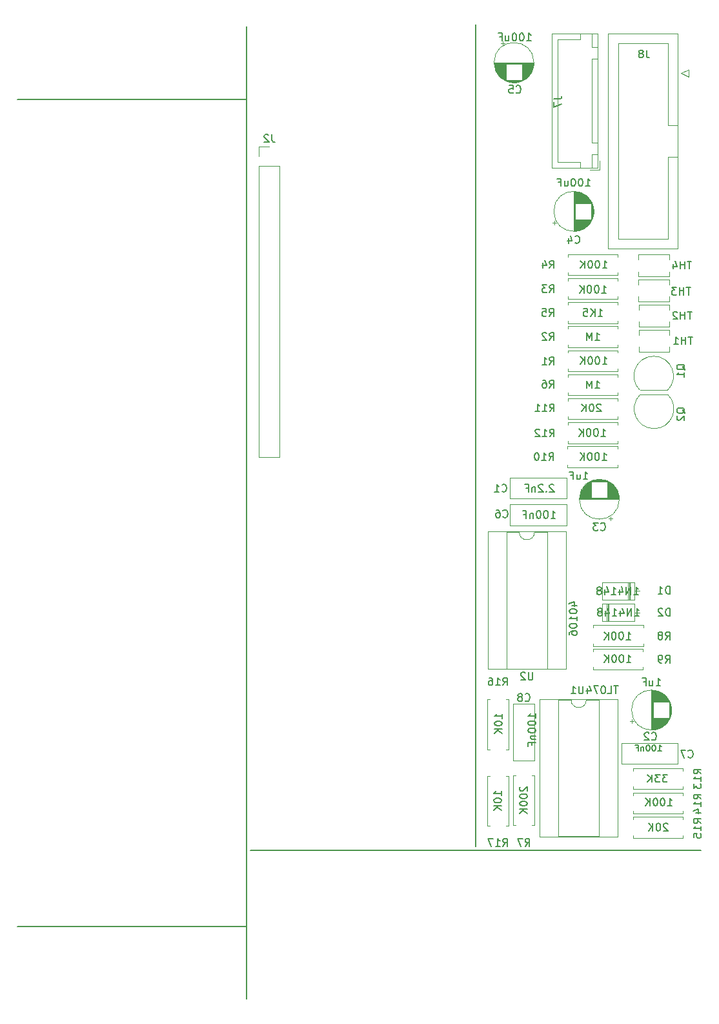
<source format=gbr>
%TF.GenerationSoftware,KiCad,Pcbnew,7.0.9*%
%TF.CreationDate,2023-12-08T22:38:07+01:00*%
%TF.ProjectId,MiniOSC-handscore,4d696e69-4f53-4432-9d68-616e6473636f,rev?*%
%TF.SameCoordinates,Original*%
%TF.FileFunction,Legend,Bot*%
%TF.FilePolarity,Positive*%
%FSLAX46Y46*%
G04 Gerber Fmt 4.6, Leading zero omitted, Abs format (unit mm)*
G04 Created by KiCad (PCBNEW 7.0.9) date 2023-12-08 22:38:07*
%MOMM*%
%LPD*%
G01*
G04 APERTURE LIST*
%ADD10C,0.150000*%
%ADD11C,0.120000*%
G04 APERTURE END LIST*
D10*
X100050000Y-153000000D02*
X100050000Y-45250000D01*
X70000000Y-173000000D02*
X70000000Y-45500000D01*
X129600000Y-153500000D02*
X70525000Y-153500000D01*
X70000000Y-55000000D02*
X40000000Y-55000000D01*
X40000000Y-163500000D02*
X70000000Y-163500000D01*
X127966666Y-141259580D02*
X128014285Y-141307200D01*
X128014285Y-141307200D02*
X128157142Y-141354819D01*
X128157142Y-141354819D02*
X128252380Y-141354819D01*
X128252380Y-141354819D02*
X128395237Y-141307200D01*
X128395237Y-141307200D02*
X128490475Y-141211961D01*
X128490475Y-141211961D02*
X128538094Y-141116723D01*
X128538094Y-141116723D02*
X128585713Y-140926247D01*
X128585713Y-140926247D02*
X128585713Y-140783390D01*
X128585713Y-140783390D02*
X128538094Y-140592914D01*
X128538094Y-140592914D02*
X128490475Y-140497676D01*
X128490475Y-140497676D02*
X128395237Y-140402438D01*
X128395237Y-140402438D02*
X128252380Y-140354819D01*
X128252380Y-140354819D02*
X128157142Y-140354819D01*
X128157142Y-140354819D02*
X128014285Y-140402438D01*
X128014285Y-140402438D02*
X127966666Y-140450057D01*
X127633332Y-140354819D02*
X126966666Y-140354819D01*
X126966666Y-140354819D02*
X127395237Y-141354819D01*
X123984095Y-140476295D02*
X124441238Y-140476295D01*
X124212666Y-140476295D02*
X124212666Y-139676295D01*
X124212666Y-139676295D02*
X124288857Y-139790580D01*
X124288857Y-139790580D02*
X124365047Y-139866771D01*
X124365047Y-139866771D02*
X124441238Y-139904866D01*
X123488856Y-139676295D02*
X123412666Y-139676295D01*
X123412666Y-139676295D02*
X123336475Y-139714390D01*
X123336475Y-139714390D02*
X123298380Y-139752485D01*
X123298380Y-139752485D02*
X123260285Y-139828676D01*
X123260285Y-139828676D02*
X123222190Y-139981057D01*
X123222190Y-139981057D02*
X123222190Y-140171533D01*
X123222190Y-140171533D02*
X123260285Y-140323914D01*
X123260285Y-140323914D02*
X123298380Y-140400104D01*
X123298380Y-140400104D02*
X123336475Y-140438200D01*
X123336475Y-140438200D02*
X123412666Y-140476295D01*
X123412666Y-140476295D02*
X123488856Y-140476295D01*
X123488856Y-140476295D02*
X123565047Y-140438200D01*
X123565047Y-140438200D02*
X123603142Y-140400104D01*
X123603142Y-140400104D02*
X123641237Y-140323914D01*
X123641237Y-140323914D02*
X123679333Y-140171533D01*
X123679333Y-140171533D02*
X123679333Y-139981057D01*
X123679333Y-139981057D02*
X123641237Y-139828676D01*
X123641237Y-139828676D02*
X123603142Y-139752485D01*
X123603142Y-139752485D02*
X123565047Y-139714390D01*
X123565047Y-139714390D02*
X123488856Y-139676295D01*
X122726951Y-139676295D02*
X122650761Y-139676295D01*
X122650761Y-139676295D02*
X122574570Y-139714390D01*
X122574570Y-139714390D02*
X122536475Y-139752485D01*
X122536475Y-139752485D02*
X122498380Y-139828676D01*
X122498380Y-139828676D02*
X122460285Y-139981057D01*
X122460285Y-139981057D02*
X122460285Y-140171533D01*
X122460285Y-140171533D02*
X122498380Y-140323914D01*
X122498380Y-140323914D02*
X122536475Y-140400104D01*
X122536475Y-140400104D02*
X122574570Y-140438200D01*
X122574570Y-140438200D02*
X122650761Y-140476295D01*
X122650761Y-140476295D02*
X122726951Y-140476295D01*
X122726951Y-140476295D02*
X122803142Y-140438200D01*
X122803142Y-140438200D02*
X122841237Y-140400104D01*
X122841237Y-140400104D02*
X122879332Y-140323914D01*
X122879332Y-140323914D02*
X122917428Y-140171533D01*
X122917428Y-140171533D02*
X122917428Y-139981057D01*
X122917428Y-139981057D02*
X122879332Y-139828676D01*
X122879332Y-139828676D02*
X122841237Y-139752485D01*
X122841237Y-139752485D02*
X122803142Y-139714390D01*
X122803142Y-139714390D02*
X122726951Y-139676295D01*
X122117427Y-139942961D02*
X122117427Y-140476295D01*
X122117427Y-140019152D02*
X122079332Y-139981057D01*
X122079332Y-139981057D02*
X122003142Y-139942961D01*
X122003142Y-139942961D02*
X121888856Y-139942961D01*
X121888856Y-139942961D02*
X121812665Y-139981057D01*
X121812665Y-139981057D02*
X121774570Y-140057247D01*
X121774570Y-140057247D02*
X121774570Y-140476295D01*
X121126951Y-140057247D02*
X121393617Y-140057247D01*
X121393617Y-140476295D02*
X121393617Y-139676295D01*
X121393617Y-139676295D02*
X121012665Y-139676295D01*
X73333333Y-59624819D02*
X73333333Y-60339104D01*
X73333333Y-60339104D02*
X73380952Y-60481961D01*
X73380952Y-60481961D02*
X73476190Y-60577200D01*
X73476190Y-60577200D02*
X73619047Y-60624819D01*
X73619047Y-60624819D02*
X73714285Y-60624819D01*
X72904761Y-59720057D02*
X72857142Y-59672438D01*
X72857142Y-59672438D02*
X72761904Y-59624819D01*
X72761904Y-59624819D02*
X72523809Y-59624819D01*
X72523809Y-59624819D02*
X72428571Y-59672438D01*
X72428571Y-59672438D02*
X72380952Y-59720057D01*
X72380952Y-59720057D02*
X72333333Y-59815295D01*
X72333333Y-59815295D02*
X72333333Y-59910533D01*
X72333333Y-59910533D02*
X72380952Y-60053390D01*
X72380952Y-60053390D02*
X72952380Y-60624819D01*
X72952380Y-60624819D02*
X72333333Y-60624819D01*
X103666666Y-109759580D02*
X103714285Y-109807200D01*
X103714285Y-109807200D02*
X103857142Y-109854819D01*
X103857142Y-109854819D02*
X103952380Y-109854819D01*
X103952380Y-109854819D02*
X104095237Y-109807200D01*
X104095237Y-109807200D02*
X104190475Y-109711961D01*
X104190475Y-109711961D02*
X104238094Y-109616723D01*
X104238094Y-109616723D02*
X104285713Y-109426247D01*
X104285713Y-109426247D02*
X104285713Y-109283390D01*
X104285713Y-109283390D02*
X104238094Y-109092914D01*
X104238094Y-109092914D02*
X104190475Y-108997676D01*
X104190475Y-108997676D02*
X104095237Y-108902438D01*
X104095237Y-108902438D02*
X103952380Y-108854819D01*
X103952380Y-108854819D02*
X103857142Y-108854819D01*
X103857142Y-108854819D02*
X103714285Y-108902438D01*
X103714285Y-108902438D02*
X103666666Y-108950057D01*
X102809523Y-108854819D02*
X102999999Y-108854819D01*
X102999999Y-108854819D02*
X103095237Y-108902438D01*
X103095237Y-108902438D02*
X103142856Y-108950057D01*
X103142856Y-108950057D02*
X103238094Y-109092914D01*
X103238094Y-109092914D02*
X103285713Y-109283390D01*
X103285713Y-109283390D02*
X103285713Y-109664342D01*
X103285713Y-109664342D02*
X103238094Y-109759580D01*
X103238094Y-109759580D02*
X103190475Y-109807200D01*
X103190475Y-109807200D02*
X103095237Y-109854819D01*
X103095237Y-109854819D02*
X102904761Y-109854819D01*
X102904761Y-109854819D02*
X102809523Y-109807200D01*
X102809523Y-109807200D02*
X102761904Y-109759580D01*
X102761904Y-109759580D02*
X102714285Y-109664342D01*
X102714285Y-109664342D02*
X102714285Y-109426247D01*
X102714285Y-109426247D02*
X102761904Y-109331009D01*
X102761904Y-109331009D02*
X102809523Y-109283390D01*
X102809523Y-109283390D02*
X102904761Y-109235771D01*
X102904761Y-109235771D02*
X103095237Y-109235771D01*
X103095237Y-109235771D02*
X103190475Y-109283390D01*
X103190475Y-109283390D02*
X103238094Y-109331009D01*
X103238094Y-109331009D02*
X103285713Y-109426247D01*
X109947619Y-109954819D02*
X110519047Y-109954819D01*
X110233333Y-109954819D02*
X110233333Y-108954819D01*
X110233333Y-108954819D02*
X110328571Y-109097676D01*
X110328571Y-109097676D02*
X110423809Y-109192914D01*
X110423809Y-109192914D02*
X110519047Y-109240533D01*
X109328571Y-108954819D02*
X109233333Y-108954819D01*
X109233333Y-108954819D02*
X109138095Y-109002438D01*
X109138095Y-109002438D02*
X109090476Y-109050057D01*
X109090476Y-109050057D02*
X109042857Y-109145295D01*
X109042857Y-109145295D02*
X108995238Y-109335771D01*
X108995238Y-109335771D02*
X108995238Y-109573866D01*
X108995238Y-109573866D02*
X109042857Y-109764342D01*
X109042857Y-109764342D02*
X109090476Y-109859580D01*
X109090476Y-109859580D02*
X109138095Y-109907200D01*
X109138095Y-109907200D02*
X109233333Y-109954819D01*
X109233333Y-109954819D02*
X109328571Y-109954819D01*
X109328571Y-109954819D02*
X109423809Y-109907200D01*
X109423809Y-109907200D02*
X109471428Y-109859580D01*
X109471428Y-109859580D02*
X109519047Y-109764342D01*
X109519047Y-109764342D02*
X109566666Y-109573866D01*
X109566666Y-109573866D02*
X109566666Y-109335771D01*
X109566666Y-109335771D02*
X109519047Y-109145295D01*
X109519047Y-109145295D02*
X109471428Y-109050057D01*
X109471428Y-109050057D02*
X109423809Y-109002438D01*
X109423809Y-109002438D02*
X109328571Y-108954819D01*
X108376190Y-108954819D02*
X108280952Y-108954819D01*
X108280952Y-108954819D02*
X108185714Y-109002438D01*
X108185714Y-109002438D02*
X108138095Y-109050057D01*
X108138095Y-109050057D02*
X108090476Y-109145295D01*
X108090476Y-109145295D02*
X108042857Y-109335771D01*
X108042857Y-109335771D02*
X108042857Y-109573866D01*
X108042857Y-109573866D02*
X108090476Y-109764342D01*
X108090476Y-109764342D02*
X108138095Y-109859580D01*
X108138095Y-109859580D02*
X108185714Y-109907200D01*
X108185714Y-109907200D02*
X108280952Y-109954819D01*
X108280952Y-109954819D02*
X108376190Y-109954819D01*
X108376190Y-109954819D02*
X108471428Y-109907200D01*
X108471428Y-109907200D02*
X108519047Y-109859580D01*
X108519047Y-109859580D02*
X108566666Y-109764342D01*
X108566666Y-109764342D02*
X108614285Y-109573866D01*
X108614285Y-109573866D02*
X108614285Y-109335771D01*
X108614285Y-109335771D02*
X108566666Y-109145295D01*
X108566666Y-109145295D02*
X108519047Y-109050057D01*
X108519047Y-109050057D02*
X108471428Y-109002438D01*
X108471428Y-109002438D02*
X108376190Y-108954819D01*
X107614285Y-109288152D02*
X107614285Y-109954819D01*
X107614285Y-109383390D02*
X107566666Y-109335771D01*
X107566666Y-109335771D02*
X107471428Y-109288152D01*
X107471428Y-109288152D02*
X107328571Y-109288152D01*
X107328571Y-109288152D02*
X107233333Y-109335771D01*
X107233333Y-109335771D02*
X107185714Y-109431009D01*
X107185714Y-109431009D02*
X107185714Y-109954819D01*
X106376190Y-109431009D02*
X106709523Y-109431009D01*
X106709523Y-109954819D02*
X106709523Y-108954819D01*
X106709523Y-108954819D02*
X106233333Y-108954819D01*
X106566666Y-152954819D02*
X106899999Y-152478628D01*
X107138094Y-152954819D02*
X107138094Y-151954819D01*
X107138094Y-151954819D02*
X106757142Y-151954819D01*
X106757142Y-151954819D02*
X106661904Y-152002438D01*
X106661904Y-152002438D02*
X106614285Y-152050057D01*
X106614285Y-152050057D02*
X106566666Y-152145295D01*
X106566666Y-152145295D02*
X106566666Y-152288152D01*
X106566666Y-152288152D02*
X106614285Y-152383390D01*
X106614285Y-152383390D02*
X106661904Y-152431009D01*
X106661904Y-152431009D02*
X106757142Y-152478628D01*
X106757142Y-152478628D02*
X107138094Y-152478628D01*
X106233332Y-151954819D02*
X105566666Y-151954819D01*
X105566666Y-151954819D02*
X105995237Y-152954819D01*
X105950057Y-145161905D02*
X105902438Y-145209524D01*
X105902438Y-145209524D02*
X105854819Y-145304762D01*
X105854819Y-145304762D02*
X105854819Y-145542857D01*
X105854819Y-145542857D02*
X105902438Y-145638095D01*
X105902438Y-145638095D02*
X105950057Y-145685714D01*
X105950057Y-145685714D02*
X106045295Y-145733333D01*
X106045295Y-145733333D02*
X106140533Y-145733333D01*
X106140533Y-145733333D02*
X106283390Y-145685714D01*
X106283390Y-145685714D02*
X106854819Y-145114286D01*
X106854819Y-145114286D02*
X106854819Y-145733333D01*
X105854819Y-146352381D02*
X105854819Y-146447619D01*
X105854819Y-146447619D02*
X105902438Y-146542857D01*
X105902438Y-146542857D02*
X105950057Y-146590476D01*
X105950057Y-146590476D02*
X106045295Y-146638095D01*
X106045295Y-146638095D02*
X106235771Y-146685714D01*
X106235771Y-146685714D02*
X106473866Y-146685714D01*
X106473866Y-146685714D02*
X106664342Y-146638095D01*
X106664342Y-146638095D02*
X106759580Y-146590476D01*
X106759580Y-146590476D02*
X106807200Y-146542857D01*
X106807200Y-146542857D02*
X106854819Y-146447619D01*
X106854819Y-146447619D02*
X106854819Y-146352381D01*
X106854819Y-146352381D02*
X106807200Y-146257143D01*
X106807200Y-146257143D02*
X106759580Y-146209524D01*
X106759580Y-146209524D02*
X106664342Y-146161905D01*
X106664342Y-146161905D02*
X106473866Y-146114286D01*
X106473866Y-146114286D02*
X106235771Y-146114286D01*
X106235771Y-146114286D02*
X106045295Y-146161905D01*
X106045295Y-146161905D02*
X105950057Y-146209524D01*
X105950057Y-146209524D02*
X105902438Y-146257143D01*
X105902438Y-146257143D02*
X105854819Y-146352381D01*
X105854819Y-147304762D02*
X105854819Y-147400000D01*
X105854819Y-147400000D02*
X105902438Y-147495238D01*
X105902438Y-147495238D02*
X105950057Y-147542857D01*
X105950057Y-147542857D02*
X106045295Y-147590476D01*
X106045295Y-147590476D02*
X106235771Y-147638095D01*
X106235771Y-147638095D02*
X106473866Y-147638095D01*
X106473866Y-147638095D02*
X106664342Y-147590476D01*
X106664342Y-147590476D02*
X106759580Y-147542857D01*
X106759580Y-147542857D02*
X106807200Y-147495238D01*
X106807200Y-147495238D02*
X106854819Y-147400000D01*
X106854819Y-147400000D02*
X106854819Y-147304762D01*
X106854819Y-147304762D02*
X106807200Y-147209524D01*
X106807200Y-147209524D02*
X106759580Y-147161905D01*
X106759580Y-147161905D02*
X106664342Y-147114286D01*
X106664342Y-147114286D02*
X106473866Y-147066667D01*
X106473866Y-147066667D02*
X106235771Y-147066667D01*
X106235771Y-147066667D02*
X106045295Y-147114286D01*
X106045295Y-147114286D02*
X105950057Y-147161905D01*
X105950057Y-147161905D02*
X105902438Y-147209524D01*
X105902438Y-147209524D02*
X105854819Y-147304762D01*
X106854819Y-148066667D02*
X105854819Y-148066667D01*
X106854819Y-148638095D02*
X106283390Y-148209524D01*
X105854819Y-148638095D02*
X106426247Y-148066667D01*
X128385713Y-76254819D02*
X127814285Y-76254819D01*
X128099999Y-77254819D02*
X128099999Y-76254819D01*
X127480951Y-77254819D02*
X127480951Y-76254819D01*
X127480951Y-76731009D02*
X126909523Y-76731009D01*
X126909523Y-77254819D02*
X126909523Y-76254819D01*
X126004761Y-76588152D02*
X126004761Y-77254819D01*
X126242856Y-76207200D02*
X126480951Y-76921485D01*
X126480951Y-76921485D02*
X125861904Y-76921485D01*
X122483333Y-48554819D02*
X122483333Y-49269104D01*
X122483333Y-49269104D02*
X122530952Y-49411961D01*
X122530952Y-49411961D02*
X122626190Y-49507200D01*
X122626190Y-49507200D02*
X122769047Y-49554819D01*
X122769047Y-49554819D02*
X122864285Y-49554819D01*
X121864285Y-48983390D02*
X121959523Y-48935771D01*
X121959523Y-48935771D02*
X122007142Y-48888152D01*
X122007142Y-48888152D02*
X122054761Y-48792914D01*
X122054761Y-48792914D02*
X122054761Y-48745295D01*
X122054761Y-48745295D02*
X122007142Y-48650057D01*
X122007142Y-48650057D02*
X121959523Y-48602438D01*
X121959523Y-48602438D02*
X121864285Y-48554819D01*
X121864285Y-48554819D02*
X121673809Y-48554819D01*
X121673809Y-48554819D02*
X121578571Y-48602438D01*
X121578571Y-48602438D02*
X121530952Y-48650057D01*
X121530952Y-48650057D02*
X121483333Y-48745295D01*
X121483333Y-48745295D02*
X121483333Y-48792914D01*
X121483333Y-48792914D02*
X121530952Y-48888152D01*
X121530952Y-48888152D02*
X121578571Y-48935771D01*
X121578571Y-48935771D02*
X121673809Y-48983390D01*
X121673809Y-48983390D02*
X121864285Y-48983390D01*
X121864285Y-48983390D02*
X121959523Y-49031009D01*
X121959523Y-49031009D02*
X122007142Y-49078628D01*
X122007142Y-49078628D02*
X122054761Y-49173866D01*
X122054761Y-49173866D02*
X122054761Y-49364342D01*
X122054761Y-49364342D02*
X122007142Y-49459580D01*
X122007142Y-49459580D02*
X121959523Y-49507200D01*
X121959523Y-49507200D02*
X121864285Y-49554819D01*
X121864285Y-49554819D02*
X121673809Y-49554819D01*
X121673809Y-49554819D02*
X121578571Y-49507200D01*
X121578571Y-49507200D02*
X121530952Y-49459580D01*
X121530952Y-49459580D02*
X121483333Y-49364342D01*
X121483333Y-49364342D02*
X121483333Y-49173866D01*
X121483333Y-49173866D02*
X121530952Y-49078628D01*
X121530952Y-49078628D02*
X121578571Y-49031009D01*
X121578571Y-49031009D02*
X121673809Y-48983390D01*
X109792857Y-95954819D02*
X110126190Y-95478628D01*
X110364285Y-95954819D02*
X110364285Y-94954819D01*
X110364285Y-94954819D02*
X109983333Y-94954819D01*
X109983333Y-94954819D02*
X109888095Y-95002438D01*
X109888095Y-95002438D02*
X109840476Y-95050057D01*
X109840476Y-95050057D02*
X109792857Y-95145295D01*
X109792857Y-95145295D02*
X109792857Y-95288152D01*
X109792857Y-95288152D02*
X109840476Y-95383390D01*
X109840476Y-95383390D02*
X109888095Y-95431009D01*
X109888095Y-95431009D02*
X109983333Y-95478628D01*
X109983333Y-95478628D02*
X110364285Y-95478628D01*
X108840476Y-95954819D02*
X109411904Y-95954819D01*
X109126190Y-95954819D02*
X109126190Y-94954819D01*
X109126190Y-94954819D02*
X109221428Y-95097676D01*
X109221428Y-95097676D02*
X109316666Y-95192914D01*
X109316666Y-95192914D02*
X109411904Y-95240533D01*
X107888095Y-95954819D02*
X108459523Y-95954819D01*
X108173809Y-95954819D02*
X108173809Y-94954819D01*
X108173809Y-94954819D02*
X108269047Y-95097676D01*
X108269047Y-95097676D02*
X108364285Y-95192914D01*
X108364285Y-95192914D02*
X108459523Y-95240533D01*
X116511904Y-95050057D02*
X116464285Y-95002438D01*
X116464285Y-95002438D02*
X116369047Y-94954819D01*
X116369047Y-94954819D02*
X116130952Y-94954819D01*
X116130952Y-94954819D02*
X116035714Y-95002438D01*
X116035714Y-95002438D02*
X115988095Y-95050057D01*
X115988095Y-95050057D02*
X115940476Y-95145295D01*
X115940476Y-95145295D02*
X115940476Y-95240533D01*
X115940476Y-95240533D02*
X115988095Y-95383390D01*
X115988095Y-95383390D02*
X116559523Y-95954819D01*
X116559523Y-95954819D02*
X115940476Y-95954819D01*
X115321428Y-94954819D02*
X115226190Y-94954819D01*
X115226190Y-94954819D02*
X115130952Y-95002438D01*
X115130952Y-95002438D02*
X115083333Y-95050057D01*
X115083333Y-95050057D02*
X115035714Y-95145295D01*
X115035714Y-95145295D02*
X114988095Y-95335771D01*
X114988095Y-95335771D02*
X114988095Y-95573866D01*
X114988095Y-95573866D02*
X115035714Y-95764342D01*
X115035714Y-95764342D02*
X115083333Y-95859580D01*
X115083333Y-95859580D02*
X115130952Y-95907200D01*
X115130952Y-95907200D02*
X115226190Y-95954819D01*
X115226190Y-95954819D02*
X115321428Y-95954819D01*
X115321428Y-95954819D02*
X115416666Y-95907200D01*
X115416666Y-95907200D02*
X115464285Y-95859580D01*
X115464285Y-95859580D02*
X115511904Y-95764342D01*
X115511904Y-95764342D02*
X115559523Y-95573866D01*
X115559523Y-95573866D02*
X115559523Y-95335771D01*
X115559523Y-95335771D02*
X115511904Y-95145295D01*
X115511904Y-95145295D02*
X115464285Y-95050057D01*
X115464285Y-95050057D02*
X115416666Y-95002438D01*
X115416666Y-95002438D02*
X115321428Y-94954819D01*
X114559523Y-95954819D02*
X114559523Y-94954819D01*
X113988095Y-95954819D02*
X114416666Y-95383390D01*
X113988095Y-94954819D02*
X114559523Y-95526247D01*
X123166666Y-138949580D02*
X123214285Y-138997200D01*
X123214285Y-138997200D02*
X123357142Y-139044819D01*
X123357142Y-139044819D02*
X123452380Y-139044819D01*
X123452380Y-139044819D02*
X123595237Y-138997200D01*
X123595237Y-138997200D02*
X123690475Y-138901961D01*
X123690475Y-138901961D02*
X123738094Y-138806723D01*
X123738094Y-138806723D02*
X123785713Y-138616247D01*
X123785713Y-138616247D02*
X123785713Y-138473390D01*
X123785713Y-138473390D02*
X123738094Y-138282914D01*
X123738094Y-138282914D02*
X123690475Y-138187676D01*
X123690475Y-138187676D02*
X123595237Y-138092438D01*
X123595237Y-138092438D02*
X123452380Y-138044819D01*
X123452380Y-138044819D02*
X123357142Y-138044819D01*
X123357142Y-138044819D02*
X123214285Y-138092438D01*
X123214285Y-138092438D02*
X123166666Y-138140057D01*
X122785713Y-138140057D02*
X122738094Y-138092438D01*
X122738094Y-138092438D02*
X122642856Y-138044819D01*
X122642856Y-138044819D02*
X122404761Y-138044819D01*
X122404761Y-138044819D02*
X122309523Y-138092438D01*
X122309523Y-138092438D02*
X122261904Y-138140057D01*
X122261904Y-138140057D02*
X122214285Y-138235295D01*
X122214285Y-138235295D02*
X122214285Y-138330533D01*
X122214285Y-138330533D02*
X122261904Y-138473390D01*
X122261904Y-138473390D02*
X122833332Y-139044819D01*
X122833332Y-139044819D02*
X122214285Y-139044819D01*
X123745238Y-131932819D02*
X124316666Y-131932819D01*
X124030952Y-131932819D02*
X124030952Y-130932819D01*
X124030952Y-130932819D02*
X124126190Y-131075676D01*
X124126190Y-131075676D02*
X124221428Y-131170914D01*
X124221428Y-131170914D02*
X124316666Y-131218533D01*
X122888095Y-131266152D02*
X122888095Y-131932819D01*
X123316666Y-131266152D02*
X123316666Y-131789961D01*
X123316666Y-131789961D02*
X123269047Y-131885200D01*
X123269047Y-131885200D02*
X123173809Y-131932819D01*
X123173809Y-131932819D02*
X123030952Y-131932819D01*
X123030952Y-131932819D02*
X122935714Y-131885200D01*
X122935714Y-131885200D02*
X122888095Y-131837580D01*
X122078571Y-131409009D02*
X122411904Y-131409009D01*
X122411904Y-131932819D02*
X122411904Y-130932819D01*
X122411904Y-130932819D02*
X121935714Y-130932819D01*
X109766666Y-89804819D02*
X110099999Y-89328628D01*
X110338094Y-89804819D02*
X110338094Y-88804819D01*
X110338094Y-88804819D02*
X109957142Y-88804819D01*
X109957142Y-88804819D02*
X109861904Y-88852438D01*
X109861904Y-88852438D02*
X109814285Y-88900057D01*
X109814285Y-88900057D02*
X109766666Y-88995295D01*
X109766666Y-88995295D02*
X109766666Y-89138152D01*
X109766666Y-89138152D02*
X109814285Y-89233390D01*
X109814285Y-89233390D02*
X109861904Y-89281009D01*
X109861904Y-89281009D02*
X109957142Y-89328628D01*
X109957142Y-89328628D02*
X110338094Y-89328628D01*
X108814285Y-89804819D02*
X109385713Y-89804819D01*
X109099999Y-89804819D02*
X109099999Y-88804819D01*
X109099999Y-88804819D02*
X109195237Y-88947676D01*
X109195237Y-88947676D02*
X109290475Y-89042914D01*
X109290475Y-89042914D02*
X109385713Y-89090533D01*
X116716666Y-89754819D02*
X117288094Y-89754819D01*
X117002380Y-89754819D02*
X117002380Y-88754819D01*
X117002380Y-88754819D02*
X117097618Y-88897676D01*
X117097618Y-88897676D02*
X117192856Y-88992914D01*
X117192856Y-88992914D02*
X117288094Y-89040533D01*
X116097618Y-88754819D02*
X116002380Y-88754819D01*
X116002380Y-88754819D02*
X115907142Y-88802438D01*
X115907142Y-88802438D02*
X115859523Y-88850057D01*
X115859523Y-88850057D02*
X115811904Y-88945295D01*
X115811904Y-88945295D02*
X115764285Y-89135771D01*
X115764285Y-89135771D02*
X115764285Y-89373866D01*
X115764285Y-89373866D02*
X115811904Y-89564342D01*
X115811904Y-89564342D02*
X115859523Y-89659580D01*
X115859523Y-89659580D02*
X115907142Y-89707200D01*
X115907142Y-89707200D02*
X116002380Y-89754819D01*
X116002380Y-89754819D02*
X116097618Y-89754819D01*
X116097618Y-89754819D02*
X116192856Y-89707200D01*
X116192856Y-89707200D02*
X116240475Y-89659580D01*
X116240475Y-89659580D02*
X116288094Y-89564342D01*
X116288094Y-89564342D02*
X116335713Y-89373866D01*
X116335713Y-89373866D02*
X116335713Y-89135771D01*
X116335713Y-89135771D02*
X116288094Y-88945295D01*
X116288094Y-88945295D02*
X116240475Y-88850057D01*
X116240475Y-88850057D02*
X116192856Y-88802438D01*
X116192856Y-88802438D02*
X116097618Y-88754819D01*
X115145237Y-88754819D02*
X115049999Y-88754819D01*
X115049999Y-88754819D02*
X114954761Y-88802438D01*
X114954761Y-88802438D02*
X114907142Y-88850057D01*
X114907142Y-88850057D02*
X114859523Y-88945295D01*
X114859523Y-88945295D02*
X114811904Y-89135771D01*
X114811904Y-89135771D02*
X114811904Y-89373866D01*
X114811904Y-89373866D02*
X114859523Y-89564342D01*
X114859523Y-89564342D02*
X114907142Y-89659580D01*
X114907142Y-89659580D02*
X114954761Y-89707200D01*
X114954761Y-89707200D02*
X115049999Y-89754819D01*
X115049999Y-89754819D02*
X115145237Y-89754819D01*
X115145237Y-89754819D02*
X115240475Y-89707200D01*
X115240475Y-89707200D02*
X115288094Y-89659580D01*
X115288094Y-89659580D02*
X115335713Y-89564342D01*
X115335713Y-89564342D02*
X115383332Y-89373866D01*
X115383332Y-89373866D02*
X115383332Y-89135771D01*
X115383332Y-89135771D02*
X115335713Y-88945295D01*
X115335713Y-88945295D02*
X115288094Y-88850057D01*
X115288094Y-88850057D02*
X115240475Y-88802438D01*
X115240475Y-88802438D02*
X115145237Y-88754819D01*
X114383332Y-89754819D02*
X114383332Y-88754819D01*
X113811904Y-89754819D02*
X114240475Y-89183390D01*
X113811904Y-88754819D02*
X114383332Y-89326247D01*
X129654819Y-146757142D02*
X129178628Y-146423809D01*
X129654819Y-146185714D02*
X128654819Y-146185714D01*
X128654819Y-146185714D02*
X128654819Y-146566666D01*
X128654819Y-146566666D02*
X128702438Y-146661904D01*
X128702438Y-146661904D02*
X128750057Y-146709523D01*
X128750057Y-146709523D02*
X128845295Y-146757142D01*
X128845295Y-146757142D02*
X128988152Y-146757142D01*
X128988152Y-146757142D02*
X129083390Y-146709523D01*
X129083390Y-146709523D02*
X129131009Y-146661904D01*
X129131009Y-146661904D02*
X129178628Y-146566666D01*
X129178628Y-146566666D02*
X129178628Y-146185714D01*
X129654819Y-147709523D02*
X129654819Y-147138095D01*
X129654819Y-147423809D02*
X128654819Y-147423809D01*
X128654819Y-147423809D02*
X128797676Y-147328571D01*
X128797676Y-147328571D02*
X128892914Y-147233333D01*
X128892914Y-147233333D02*
X128940533Y-147138095D01*
X128988152Y-148566666D02*
X129654819Y-148566666D01*
X128607200Y-148328571D02*
X129321485Y-148090476D01*
X129321485Y-148090476D02*
X129321485Y-148709523D01*
X125266666Y-147654819D02*
X125838094Y-147654819D01*
X125552380Y-147654819D02*
X125552380Y-146654819D01*
X125552380Y-146654819D02*
X125647618Y-146797676D01*
X125647618Y-146797676D02*
X125742856Y-146892914D01*
X125742856Y-146892914D02*
X125838094Y-146940533D01*
X124647618Y-146654819D02*
X124552380Y-146654819D01*
X124552380Y-146654819D02*
X124457142Y-146702438D01*
X124457142Y-146702438D02*
X124409523Y-146750057D01*
X124409523Y-146750057D02*
X124361904Y-146845295D01*
X124361904Y-146845295D02*
X124314285Y-147035771D01*
X124314285Y-147035771D02*
X124314285Y-147273866D01*
X124314285Y-147273866D02*
X124361904Y-147464342D01*
X124361904Y-147464342D02*
X124409523Y-147559580D01*
X124409523Y-147559580D02*
X124457142Y-147607200D01*
X124457142Y-147607200D02*
X124552380Y-147654819D01*
X124552380Y-147654819D02*
X124647618Y-147654819D01*
X124647618Y-147654819D02*
X124742856Y-147607200D01*
X124742856Y-147607200D02*
X124790475Y-147559580D01*
X124790475Y-147559580D02*
X124838094Y-147464342D01*
X124838094Y-147464342D02*
X124885713Y-147273866D01*
X124885713Y-147273866D02*
X124885713Y-147035771D01*
X124885713Y-147035771D02*
X124838094Y-146845295D01*
X124838094Y-146845295D02*
X124790475Y-146750057D01*
X124790475Y-146750057D02*
X124742856Y-146702438D01*
X124742856Y-146702438D02*
X124647618Y-146654819D01*
X123695237Y-146654819D02*
X123599999Y-146654819D01*
X123599999Y-146654819D02*
X123504761Y-146702438D01*
X123504761Y-146702438D02*
X123457142Y-146750057D01*
X123457142Y-146750057D02*
X123409523Y-146845295D01*
X123409523Y-146845295D02*
X123361904Y-147035771D01*
X123361904Y-147035771D02*
X123361904Y-147273866D01*
X123361904Y-147273866D02*
X123409523Y-147464342D01*
X123409523Y-147464342D02*
X123457142Y-147559580D01*
X123457142Y-147559580D02*
X123504761Y-147607200D01*
X123504761Y-147607200D02*
X123599999Y-147654819D01*
X123599999Y-147654819D02*
X123695237Y-147654819D01*
X123695237Y-147654819D02*
X123790475Y-147607200D01*
X123790475Y-147607200D02*
X123838094Y-147559580D01*
X123838094Y-147559580D02*
X123885713Y-147464342D01*
X123885713Y-147464342D02*
X123933332Y-147273866D01*
X123933332Y-147273866D02*
X123933332Y-147035771D01*
X123933332Y-147035771D02*
X123885713Y-146845295D01*
X123885713Y-146845295D02*
X123838094Y-146750057D01*
X123838094Y-146750057D02*
X123790475Y-146702438D01*
X123790475Y-146702438D02*
X123695237Y-146654819D01*
X122933332Y-147654819D02*
X122933332Y-146654819D01*
X122361904Y-147654819D02*
X122790475Y-147083390D01*
X122361904Y-146654819D02*
X122933332Y-147226247D01*
X128285713Y-79654819D02*
X127714285Y-79654819D01*
X127999999Y-80654819D02*
X127999999Y-79654819D01*
X127380951Y-80654819D02*
X127380951Y-79654819D01*
X127380951Y-80131009D02*
X126809523Y-80131009D01*
X126809523Y-80654819D02*
X126809523Y-79654819D01*
X126428570Y-79654819D02*
X125809523Y-79654819D01*
X125809523Y-79654819D02*
X126142856Y-80035771D01*
X126142856Y-80035771D02*
X125999999Y-80035771D01*
X125999999Y-80035771D02*
X125904761Y-80083390D01*
X125904761Y-80083390D02*
X125857142Y-80131009D01*
X125857142Y-80131009D02*
X125809523Y-80226247D01*
X125809523Y-80226247D02*
X125809523Y-80464342D01*
X125809523Y-80464342D02*
X125857142Y-80559580D01*
X125857142Y-80559580D02*
X125904761Y-80607200D01*
X125904761Y-80607200D02*
X125999999Y-80654819D01*
X125999999Y-80654819D02*
X126285713Y-80654819D01*
X126285713Y-80654819D02*
X126380951Y-80607200D01*
X126380951Y-80607200D02*
X126428570Y-80559580D01*
X110354819Y-54966666D02*
X111069104Y-54966666D01*
X111069104Y-54966666D02*
X111211961Y-54919047D01*
X111211961Y-54919047D02*
X111307200Y-54823809D01*
X111307200Y-54823809D02*
X111354819Y-54680952D01*
X111354819Y-54680952D02*
X111354819Y-54585714D01*
X110354819Y-55347619D02*
X110354819Y-56014285D01*
X110354819Y-56014285D02*
X111354819Y-55585714D01*
X109766666Y-86604819D02*
X110099999Y-86128628D01*
X110338094Y-86604819D02*
X110338094Y-85604819D01*
X110338094Y-85604819D02*
X109957142Y-85604819D01*
X109957142Y-85604819D02*
X109861904Y-85652438D01*
X109861904Y-85652438D02*
X109814285Y-85700057D01*
X109814285Y-85700057D02*
X109766666Y-85795295D01*
X109766666Y-85795295D02*
X109766666Y-85938152D01*
X109766666Y-85938152D02*
X109814285Y-86033390D01*
X109814285Y-86033390D02*
X109861904Y-86081009D01*
X109861904Y-86081009D02*
X109957142Y-86128628D01*
X109957142Y-86128628D02*
X110338094Y-86128628D01*
X109385713Y-85700057D02*
X109338094Y-85652438D01*
X109338094Y-85652438D02*
X109242856Y-85604819D01*
X109242856Y-85604819D02*
X109004761Y-85604819D01*
X109004761Y-85604819D02*
X108909523Y-85652438D01*
X108909523Y-85652438D02*
X108861904Y-85700057D01*
X108861904Y-85700057D02*
X108814285Y-85795295D01*
X108814285Y-85795295D02*
X108814285Y-85890533D01*
X108814285Y-85890533D02*
X108861904Y-86033390D01*
X108861904Y-86033390D02*
X109433332Y-86604819D01*
X109433332Y-86604819D02*
X108814285Y-86604819D01*
X115735714Y-86604819D02*
X116307142Y-86604819D01*
X116021428Y-86604819D02*
X116021428Y-85604819D01*
X116021428Y-85604819D02*
X116116666Y-85747676D01*
X116116666Y-85747676D02*
X116211904Y-85842914D01*
X116211904Y-85842914D02*
X116307142Y-85890533D01*
X115307142Y-86604819D02*
X115307142Y-85604819D01*
X115307142Y-85604819D02*
X114973809Y-86319104D01*
X114973809Y-86319104D02*
X114640476Y-85604819D01*
X114640476Y-85604819D02*
X114640476Y-86604819D01*
X114161904Y-131954819D02*
X114161904Y-132764342D01*
X114161904Y-132764342D02*
X114114285Y-132859580D01*
X114114285Y-132859580D02*
X114066666Y-132907200D01*
X114066666Y-132907200D02*
X113971428Y-132954819D01*
X113971428Y-132954819D02*
X113780952Y-132954819D01*
X113780952Y-132954819D02*
X113685714Y-132907200D01*
X113685714Y-132907200D02*
X113638095Y-132859580D01*
X113638095Y-132859580D02*
X113590476Y-132764342D01*
X113590476Y-132764342D02*
X113590476Y-131954819D01*
X112590476Y-132954819D02*
X113161904Y-132954819D01*
X112876190Y-132954819D02*
X112876190Y-131954819D01*
X112876190Y-131954819D02*
X112971428Y-132097676D01*
X112971428Y-132097676D02*
X113066666Y-132192914D01*
X113066666Y-132192914D02*
X113161904Y-132240533D01*
X118769047Y-131948819D02*
X118197619Y-131948819D01*
X118483333Y-132948819D02*
X118483333Y-131948819D01*
X117388095Y-132948819D02*
X117864285Y-132948819D01*
X117864285Y-132948819D02*
X117864285Y-131948819D01*
X116864285Y-131948819D02*
X116769047Y-131948819D01*
X116769047Y-131948819D02*
X116673809Y-131996438D01*
X116673809Y-131996438D02*
X116626190Y-132044057D01*
X116626190Y-132044057D02*
X116578571Y-132139295D01*
X116578571Y-132139295D02*
X116530952Y-132329771D01*
X116530952Y-132329771D02*
X116530952Y-132567866D01*
X116530952Y-132567866D02*
X116578571Y-132758342D01*
X116578571Y-132758342D02*
X116626190Y-132853580D01*
X116626190Y-132853580D02*
X116673809Y-132901200D01*
X116673809Y-132901200D02*
X116769047Y-132948819D01*
X116769047Y-132948819D02*
X116864285Y-132948819D01*
X116864285Y-132948819D02*
X116959523Y-132901200D01*
X116959523Y-132901200D02*
X117007142Y-132853580D01*
X117007142Y-132853580D02*
X117054761Y-132758342D01*
X117054761Y-132758342D02*
X117102380Y-132567866D01*
X117102380Y-132567866D02*
X117102380Y-132329771D01*
X117102380Y-132329771D02*
X117054761Y-132139295D01*
X117054761Y-132139295D02*
X117007142Y-132044057D01*
X117007142Y-132044057D02*
X116959523Y-131996438D01*
X116959523Y-131996438D02*
X116864285Y-131948819D01*
X116197618Y-131948819D02*
X115530952Y-131948819D01*
X115530952Y-131948819D02*
X115959523Y-132948819D01*
X114721428Y-132282152D02*
X114721428Y-132948819D01*
X114959523Y-131901200D02*
X115197618Y-132615485D01*
X115197618Y-132615485D02*
X114578571Y-132615485D01*
X103516666Y-106409580D02*
X103564285Y-106457200D01*
X103564285Y-106457200D02*
X103707142Y-106504819D01*
X103707142Y-106504819D02*
X103802380Y-106504819D01*
X103802380Y-106504819D02*
X103945237Y-106457200D01*
X103945237Y-106457200D02*
X104040475Y-106361961D01*
X104040475Y-106361961D02*
X104088094Y-106266723D01*
X104088094Y-106266723D02*
X104135713Y-106076247D01*
X104135713Y-106076247D02*
X104135713Y-105933390D01*
X104135713Y-105933390D02*
X104088094Y-105742914D01*
X104088094Y-105742914D02*
X104040475Y-105647676D01*
X104040475Y-105647676D02*
X103945237Y-105552438D01*
X103945237Y-105552438D02*
X103802380Y-105504819D01*
X103802380Y-105504819D02*
X103707142Y-105504819D01*
X103707142Y-105504819D02*
X103564285Y-105552438D01*
X103564285Y-105552438D02*
X103516666Y-105600057D01*
X102564285Y-106504819D02*
X103135713Y-106504819D01*
X102849999Y-106504819D02*
X102849999Y-105504819D01*
X102849999Y-105504819D02*
X102945237Y-105647676D01*
X102945237Y-105647676D02*
X103040475Y-105742914D01*
X103040475Y-105742914D02*
X103135713Y-105790533D01*
X110330951Y-105600057D02*
X110283332Y-105552438D01*
X110283332Y-105552438D02*
X110188094Y-105504819D01*
X110188094Y-105504819D02*
X109949999Y-105504819D01*
X109949999Y-105504819D02*
X109854761Y-105552438D01*
X109854761Y-105552438D02*
X109807142Y-105600057D01*
X109807142Y-105600057D02*
X109759523Y-105695295D01*
X109759523Y-105695295D02*
X109759523Y-105790533D01*
X109759523Y-105790533D02*
X109807142Y-105933390D01*
X109807142Y-105933390D02*
X110378570Y-106504819D01*
X110378570Y-106504819D02*
X109759523Y-106504819D01*
X109330951Y-106409580D02*
X109283332Y-106457200D01*
X109283332Y-106457200D02*
X109330951Y-106504819D01*
X109330951Y-106504819D02*
X109378570Y-106457200D01*
X109378570Y-106457200D02*
X109330951Y-106409580D01*
X109330951Y-106409580D02*
X109330951Y-106504819D01*
X108902380Y-105600057D02*
X108854761Y-105552438D01*
X108854761Y-105552438D02*
X108759523Y-105504819D01*
X108759523Y-105504819D02*
X108521428Y-105504819D01*
X108521428Y-105504819D02*
X108426190Y-105552438D01*
X108426190Y-105552438D02*
X108378571Y-105600057D01*
X108378571Y-105600057D02*
X108330952Y-105695295D01*
X108330952Y-105695295D02*
X108330952Y-105790533D01*
X108330952Y-105790533D02*
X108378571Y-105933390D01*
X108378571Y-105933390D02*
X108949999Y-106504819D01*
X108949999Y-106504819D02*
X108330952Y-106504819D01*
X107902380Y-105838152D02*
X107902380Y-106504819D01*
X107902380Y-105933390D02*
X107854761Y-105885771D01*
X107854761Y-105885771D02*
X107759523Y-105838152D01*
X107759523Y-105838152D02*
X107616666Y-105838152D01*
X107616666Y-105838152D02*
X107521428Y-105885771D01*
X107521428Y-105885771D02*
X107473809Y-105981009D01*
X107473809Y-105981009D02*
X107473809Y-106504819D01*
X106664285Y-105981009D02*
X106997618Y-105981009D01*
X106997618Y-106504819D02*
X106997618Y-105504819D01*
X106997618Y-105504819D02*
X106521428Y-105504819D01*
X124966666Y-125854819D02*
X125299999Y-125378628D01*
X125538094Y-125854819D02*
X125538094Y-124854819D01*
X125538094Y-124854819D02*
X125157142Y-124854819D01*
X125157142Y-124854819D02*
X125061904Y-124902438D01*
X125061904Y-124902438D02*
X125014285Y-124950057D01*
X125014285Y-124950057D02*
X124966666Y-125045295D01*
X124966666Y-125045295D02*
X124966666Y-125188152D01*
X124966666Y-125188152D02*
X125014285Y-125283390D01*
X125014285Y-125283390D02*
X125061904Y-125331009D01*
X125061904Y-125331009D02*
X125157142Y-125378628D01*
X125157142Y-125378628D02*
X125538094Y-125378628D01*
X124395237Y-125283390D02*
X124490475Y-125235771D01*
X124490475Y-125235771D02*
X124538094Y-125188152D01*
X124538094Y-125188152D02*
X124585713Y-125092914D01*
X124585713Y-125092914D02*
X124585713Y-125045295D01*
X124585713Y-125045295D02*
X124538094Y-124950057D01*
X124538094Y-124950057D02*
X124490475Y-124902438D01*
X124490475Y-124902438D02*
X124395237Y-124854819D01*
X124395237Y-124854819D02*
X124204761Y-124854819D01*
X124204761Y-124854819D02*
X124109523Y-124902438D01*
X124109523Y-124902438D02*
X124061904Y-124950057D01*
X124061904Y-124950057D02*
X124014285Y-125045295D01*
X124014285Y-125045295D02*
X124014285Y-125092914D01*
X124014285Y-125092914D02*
X124061904Y-125188152D01*
X124061904Y-125188152D02*
X124109523Y-125235771D01*
X124109523Y-125235771D02*
X124204761Y-125283390D01*
X124204761Y-125283390D02*
X124395237Y-125283390D01*
X124395237Y-125283390D02*
X124490475Y-125331009D01*
X124490475Y-125331009D02*
X124538094Y-125378628D01*
X124538094Y-125378628D02*
X124585713Y-125473866D01*
X124585713Y-125473866D02*
X124585713Y-125664342D01*
X124585713Y-125664342D02*
X124538094Y-125759580D01*
X124538094Y-125759580D02*
X124490475Y-125807200D01*
X124490475Y-125807200D02*
X124395237Y-125854819D01*
X124395237Y-125854819D02*
X124204761Y-125854819D01*
X124204761Y-125854819D02*
X124109523Y-125807200D01*
X124109523Y-125807200D02*
X124061904Y-125759580D01*
X124061904Y-125759580D02*
X124014285Y-125664342D01*
X124014285Y-125664342D02*
X124014285Y-125473866D01*
X124014285Y-125473866D02*
X124061904Y-125378628D01*
X124061904Y-125378628D02*
X124109523Y-125331009D01*
X124109523Y-125331009D02*
X124204761Y-125283390D01*
X119816666Y-125854819D02*
X120388094Y-125854819D01*
X120102380Y-125854819D02*
X120102380Y-124854819D01*
X120102380Y-124854819D02*
X120197618Y-124997676D01*
X120197618Y-124997676D02*
X120292856Y-125092914D01*
X120292856Y-125092914D02*
X120388094Y-125140533D01*
X119197618Y-124854819D02*
X119102380Y-124854819D01*
X119102380Y-124854819D02*
X119007142Y-124902438D01*
X119007142Y-124902438D02*
X118959523Y-124950057D01*
X118959523Y-124950057D02*
X118911904Y-125045295D01*
X118911904Y-125045295D02*
X118864285Y-125235771D01*
X118864285Y-125235771D02*
X118864285Y-125473866D01*
X118864285Y-125473866D02*
X118911904Y-125664342D01*
X118911904Y-125664342D02*
X118959523Y-125759580D01*
X118959523Y-125759580D02*
X119007142Y-125807200D01*
X119007142Y-125807200D02*
X119102380Y-125854819D01*
X119102380Y-125854819D02*
X119197618Y-125854819D01*
X119197618Y-125854819D02*
X119292856Y-125807200D01*
X119292856Y-125807200D02*
X119340475Y-125759580D01*
X119340475Y-125759580D02*
X119388094Y-125664342D01*
X119388094Y-125664342D02*
X119435713Y-125473866D01*
X119435713Y-125473866D02*
X119435713Y-125235771D01*
X119435713Y-125235771D02*
X119388094Y-125045295D01*
X119388094Y-125045295D02*
X119340475Y-124950057D01*
X119340475Y-124950057D02*
X119292856Y-124902438D01*
X119292856Y-124902438D02*
X119197618Y-124854819D01*
X118245237Y-124854819D02*
X118149999Y-124854819D01*
X118149999Y-124854819D02*
X118054761Y-124902438D01*
X118054761Y-124902438D02*
X118007142Y-124950057D01*
X118007142Y-124950057D02*
X117959523Y-125045295D01*
X117959523Y-125045295D02*
X117911904Y-125235771D01*
X117911904Y-125235771D02*
X117911904Y-125473866D01*
X117911904Y-125473866D02*
X117959523Y-125664342D01*
X117959523Y-125664342D02*
X118007142Y-125759580D01*
X118007142Y-125759580D02*
X118054761Y-125807200D01*
X118054761Y-125807200D02*
X118149999Y-125854819D01*
X118149999Y-125854819D02*
X118245237Y-125854819D01*
X118245237Y-125854819D02*
X118340475Y-125807200D01*
X118340475Y-125807200D02*
X118388094Y-125759580D01*
X118388094Y-125759580D02*
X118435713Y-125664342D01*
X118435713Y-125664342D02*
X118483332Y-125473866D01*
X118483332Y-125473866D02*
X118483332Y-125235771D01*
X118483332Y-125235771D02*
X118435713Y-125045295D01*
X118435713Y-125045295D02*
X118388094Y-124950057D01*
X118388094Y-124950057D02*
X118340475Y-124902438D01*
X118340475Y-124902438D02*
X118245237Y-124854819D01*
X117483332Y-125854819D02*
X117483332Y-124854819D01*
X116911904Y-125854819D02*
X117340475Y-125283390D01*
X116911904Y-124854819D02*
X117483332Y-125426247D01*
X109766666Y-92854819D02*
X110099999Y-92378628D01*
X110338094Y-92854819D02*
X110338094Y-91854819D01*
X110338094Y-91854819D02*
X109957142Y-91854819D01*
X109957142Y-91854819D02*
X109861904Y-91902438D01*
X109861904Y-91902438D02*
X109814285Y-91950057D01*
X109814285Y-91950057D02*
X109766666Y-92045295D01*
X109766666Y-92045295D02*
X109766666Y-92188152D01*
X109766666Y-92188152D02*
X109814285Y-92283390D01*
X109814285Y-92283390D02*
X109861904Y-92331009D01*
X109861904Y-92331009D02*
X109957142Y-92378628D01*
X109957142Y-92378628D02*
X110338094Y-92378628D01*
X108909523Y-91854819D02*
X109099999Y-91854819D01*
X109099999Y-91854819D02*
X109195237Y-91902438D01*
X109195237Y-91902438D02*
X109242856Y-91950057D01*
X109242856Y-91950057D02*
X109338094Y-92092914D01*
X109338094Y-92092914D02*
X109385713Y-92283390D01*
X109385713Y-92283390D02*
X109385713Y-92664342D01*
X109385713Y-92664342D02*
X109338094Y-92759580D01*
X109338094Y-92759580D02*
X109290475Y-92807200D01*
X109290475Y-92807200D02*
X109195237Y-92854819D01*
X109195237Y-92854819D02*
X109004761Y-92854819D01*
X109004761Y-92854819D02*
X108909523Y-92807200D01*
X108909523Y-92807200D02*
X108861904Y-92759580D01*
X108861904Y-92759580D02*
X108814285Y-92664342D01*
X108814285Y-92664342D02*
X108814285Y-92426247D01*
X108814285Y-92426247D02*
X108861904Y-92331009D01*
X108861904Y-92331009D02*
X108909523Y-92283390D01*
X108909523Y-92283390D02*
X109004761Y-92235771D01*
X109004761Y-92235771D02*
X109195237Y-92235771D01*
X109195237Y-92235771D02*
X109290475Y-92283390D01*
X109290475Y-92283390D02*
X109338094Y-92331009D01*
X109338094Y-92331009D02*
X109385713Y-92426247D01*
X115725714Y-92904819D02*
X116297142Y-92904819D01*
X116011428Y-92904819D02*
X116011428Y-91904819D01*
X116011428Y-91904819D02*
X116106666Y-92047676D01*
X116106666Y-92047676D02*
X116201904Y-92142914D01*
X116201904Y-92142914D02*
X116297142Y-92190533D01*
X115297142Y-92904819D02*
X115297142Y-91904819D01*
X115297142Y-91904819D02*
X114963809Y-92619104D01*
X114963809Y-92619104D02*
X114630476Y-91904819D01*
X114630476Y-91904819D02*
X114630476Y-92904819D01*
X116466666Y-111459580D02*
X116514285Y-111507200D01*
X116514285Y-111507200D02*
X116657142Y-111554819D01*
X116657142Y-111554819D02*
X116752380Y-111554819D01*
X116752380Y-111554819D02*
X116895237Y-111507200D01*
X116895237Y-111507200D02*
X116990475Y-111411961D01*
X116990475Y-111411961D02*
X117038094Y-111316723D01*
X117038094Y-111316723D02*
X117085713Y-111126247D01*
X117085713Y-111126247D02*
X117085713Y-110983390D01*
X117085713Y-110983390D02*
X117038094Y-110792914D01*
X117038094Y-110792914D02*
X116990475Y-110697676D01*
X116990475Y-110697676D02*
X116895237Y-110602438D01*
X116895237Y-110602438D02*
X116752380Y-110554819D01*
X116752380Y-110554819D02*
X116657142Y-110554819D01*
X116657142Y-110554819D02*
X116514285Y-110602438D01*
X116514285Y-110602438D02*
X116466666Y-110650057D01*
X116133332Y-110554819D02*
X115514285Y-110554819D01*
X115514285Y-110554819D02*
X115847618Y-110935771D01*
X115847618Y-110935771D02*
X115704761Y-110935771D01*
X115704761Y-110935771D02*
X115609523Y-110983390D01*
X115609523Y-110983390D02*
X115561904Y-111031009D01*
X115561904Y-111031009D02*
X115514285Y-111126247D01*
X115514285Y-111126247D02*
X115514285Y-111364342D01*
X115514285Y-111364342D02*
X115561904Y-111459580D01*
X115561904Y-111459580D02*
X115609523Y-111507200D01*
X115609523Y-111507200D02*
X115704761Y-111554819D01*
X115704761Y-111554819D02*
X115990475Y-111554819D01*
X115990475Y-111554819D02*
X116085713Y-111507200D01*
X116085713Y-111507200D02*
X116133332Y-111459580D01*
X114195238Y-104854819D02*
X114766666Y-104854819D01*
X114480952Y-104854819D02*
X114480952Y-103854819D01*
X114480952Y-103854819D02*
X114576190Y-103997676D01*
X114576190Y-103997676D02*
X114671428Y-104092914D01*
X114671428Y-104092914D02*
X114766666Y-104140533D01*
X113338095Y-104188152D02*
X113338095Y-104854819D01*
X113766666Y-104188152D02*
X113766666Y-104711961D01*
X113766666Y-104711961D02*
X113719047Y-104807200D01*
X113719047Y-104807200D02*
X113623809Y-104854819D01*
X113623809Y-104854819D02*
X113480952Y-104854819D01*
X113480952Y-104854819D02*
X113385714Y-104807200D01*
X113385714Y-104807200D02*
X113338095Y-104759580D01*
X112528571Y-104331009D02*
X112861904Y-104331009D01*
X112861904Y-104854819D02*
X112861904Y-103854819D01*
X112861904Y-103854819D02*
X112385714Y-103854819D01*
X107561904Y-130154819D02*
X107561904Y-130964342D01*
X107561904Y-130964342D02*
X107514285Y-131059580D01*
X107514285Y-131059580D02*
X107466666Y-131107200D01*
X107466666Y-131107200D02*
X107371428Y-131154819D01*
X107371428Y-131154819D02*
X107180952Y-131154819D01*
X107180952Y-131154819D02*
X107085714Y-131107200D01*
X107085714Y-131107200D02*
X107038095Y-131059580D01*
X107038095Y-131059580D02*
X106990476Y-130964342D01*
X106990476Y-130964342D02*
X106990476Y-130154819D01*
X106561904Y-130250057D02*
X106514285Y-130202438D01*
X106514285Y-130202438D02*
X106419047Y-130154819D01*
X106419047Y-130154819D02*
X106180952Y-130154819D01*
X106180952Y-130154819D02*
X106085714Y-130202438D01*
X106085714Y-130202438D02*
X106038095Y-130250057D01*
X106038095Y-130250057D02*
X105990476Y-130345295D01*
X105990476Y-130345295D02*
X105990476Y-130440533D01*
X105990476Y-130440533D02*
X106038095Y-130583390D01*
X106038095Y-130583390D02*
X106609523Y-131154819D01*
X106609523Y-131154819D02*
X105990476Y-131154819D01*
X112688152Y-121385714D02*
X113354819Y-121385714D01*
X112307200Y-121147619D02*
X113021485Y-120909524D01*
X113021485Y-120909524D02*
X113021485Y-121528571D01*
X112354819Y-122100000D02*
X112354819Y-122195238D01*
X112354819Y-122195238D02*
X112402438Y-122290476D01*
X112402438Y-122290476D02*
X112450057Y-122338095D01*
X112450057Y-122338095D02*
X112545295Y-122385714D01*
X112545295Y-122385714D02*
X112735771Y-122433333D01*
X112735771Y-122433333D02*
X112973866Y-122433333D01*
X112973866Y-122433333D02*
X113164342Y-122385714D01*
X113164342Y-122385714D02*
X113259580Y-122338095D01*
X113259580Y-122338095D02*
X113307200Y-122290476D01*
X113307200Y-122290476D02*
X113354819Y-122195238D01*
X113354819Y-122195238D02*
X113354819Y-122100000D01*
X113354819Y-122100000D02*
X113307200Y-122004762D01*
X113307200Y-122004762D02*
X113259580Y-121957143D01*
X113259580Y-121957143D02*
X113164342Y-121909524D01*
X113164342Y-121909524D02*
X112973866Y-121861905D01*
X112973866Y-121861905D02*
X112735771Y-121861905D01*
X112735771Y-121861905D02*
X112545295Y-121909524D01*
X112545295Y-121909524D02*
X112450057Y-121957143D01*
X112450057Y-121957143D02*
X112402438Y-122004762D01*
X112402438Y-122004762D02*
X112354819Y-122100000D01*
X113354819Y-123385714D02*
X113354819Y-122814286D01*
X113354819Y-123100000D02*
X112354819Y-123100000D01*
X112354819Y-123100000D02*
X112497676Y-123004762D01*
X112497676Y-123004762D02*
X112592914Y-122909524D01*
X112592914Y-122909524D02*
X112640533Y-122814286D01*
X112354819Y-124004762D02*
X112354819Y-124100000D01*
X112354819Y-124100000D02*
X112402438Y-124195238D01*
X112402438Y-124195238D02*
X112450057Y-124242857D01*
X112450057Y-124242857D02*
X112545295Y-124290476D01*
X112545295Y-124290476D02*
X112735771Y-124338095D01*
X112735771Y-124338095D02*
X112973866Y-124338095D01*
X112973866Y-124338095D02*
X113164342Y-124290476D01*
X113164342Y-124290476D02*
X113259580Y-124242857D01*
X113259580Y-124242857D02*
X113307200Y-124195238D01*
X113307200Y-124195238D02*
X113354819Y-124100000D01*
X113354819Y-124100000D02*
X113354819Y-124004762D01*
X113354819Y-124004762D02*
X113307200Y-123909524D01*
X113307200Y-123909524D02*
X113259580Y-123861905D01*
X113259580Y-123861905D02*
X113164342Y-123814286D01*
X113164342Y-123814286D02*
X112973866Y-123766667D01*
X112973866Y-123766667D02*
X112735771Y-123766667D01*
X112735771Y-123766667D02*
X112545295Y-123814286D01*
X112545295Y-123814286D02*
X112450057Y-123861905D01*
X112450057Y-123861905D02*
X112402438Y-123909524D01*
X112402438Y-123909524D02*
X112354819Y-124004762D01*
X112354819Y-125195238D02*
X112354819Y-125004762D01*
X112354819Y-125004762D02*
X112402438Y-124909524D01*
X112402438Y-124909524D02*
X112450057Y-124861905D01*
X112450057Y-124861905D02*
X112592914Y-124766667D01*
X112592914Y-124766667D02*
X112783390Y-124719048D01*
X112783390Y-124719048D02*
X113164342Y-124719048D01*
X113164342Y-124719048D02*
X113259580Y-124766667D01*
X113259580Y-124766667D02*
X113307200Y-124814286D01*
X113307200Y-124814286D02*
X113354819Y-124909524D01*
X113354819Y-124909524D02*
X113354819Y-125100000D01*
X113354819Y-125100000D02*
X113307200Y-125195238D01*
X113307200Y-125195238D02*
X113259580Y-125242857D01*
X113259580Y-125242857D02*
X113164342Y-125290476D01*
X113164342Y-125290476D02*
X112926247Y-125290476D01*
X112926247Y-125290476D02*
X112831009Y-125242857D01*
X112831009Y-125242857D02*
X112783390Y-125195238D01*
X112783390Y-125195238D02*
X112735771Y-125100000D01*
X112735771Y-125100000D02*
X112735771Y-124909524D01*
X112735771Y-124909524D02*
X112783390Y-124814286D01*
X112783390Y-124814286D02*
X112831009Y-124766667D01*
X112831009Y-124766667D02*
X112926247Y-124719048D01*
X109716666Y-83454819D02*
X110049999Y-82978628D01*
X110288094Y-83454819D02*
X110288094Y-82454819D01*
X110288094Y-82454819D02*
X109907142Y-82454819D01*
X109907142Y-82454819D02*
X109811904Y-82502438D01*
X109811904Y-82502438D02*
X109764285Y-82550057D01*
X109764285Y-82550057D02*
X109716666Y-82645295D01*
X109716666Y-82645295D02*
X109716666Y-82788152D01*
X109716666Y-82788152D02*
X109764285Y-82883390D01*
X109764285Y-82883390D02*
X109811904Y-82931009D01*
X109811904Y-82931009D02*
X109907142Y-82978628D01*
X109907142Y-82978628D02*
X110288094Y-82978628D01*
X108811904Y-82454819D02*
X109288094Y-82454819D01*
X109288094Y-82454819D02*
X109335713Y-82931009D01*
X109335713Y-82931009D02*
X109288094Y-82883390D01*
X109288094Y-82883390D02*
X109192856Y-82835771D01*
X109192856Y-82835771D02*
X108954761Y-82835771D01*
X108954761Y-82835771D02*
X108859523Y-82883390D01*
X108859523Y-82883390D02*
X108811904Y-82931009D01*
X108811904Y-82931009D02*
X108764285Y-83026247D01*
X108764285Y-83026247D02*
X108764285Y-83264342D01*
X108764285Y-83264342D02*
X108811904Y-83359580D01*
X108811904Y-83359580D02*
X108859523Y-83407200D01*
X108859523Y-83407200D02*
X108954761Y-83454819D01*
X108954761Y-83454819D02*
X109192856Y-83454819D01*
X109192856Y-83454819D02*
X109288094Y-83407200D01*
X109288094Y-83407200D02*
X109335713Y-83359580D01*
X116140476Y-83454819D02*
X116711904Y-83454819D01*
X116426190Y-83454819D02*
X116426190Y-82454819D01*
X116426190Y-82454819D02*
X116521428Y-82597676D01*
X116521428Y-82597676D02*
X116616666Y-82692914D01*
X116616666Y-82692914D02*
X116711904Y-82740533D01*
X115711904Y-83454819D02*
X115711904Y-82454819D01*
X115140476Y-83454819D02*
X115569047Y-82883390D01*
X115140476Y-82454819D02*
X115711904Y-83026247D01*
X114235714Y-82454819D02*
X114711904Y-82454819D01*
X114711904Y-82454819D02*
X114759523Y-82931009D01*
X114759523Y-82931009D02*
X114711904Y-82883390D01*
X114711904Y-82883390D02*
X114616666Y-82835771D01*
X114616666Y-82835771D02*
X114378571Y-82835771D01*
X114378571Y-82835771D02*
X114283333Y-82883390D01*
X114283333Y-82883390D02*
X114235714Y-82931009D01*
X114235714Y-82931009D02*
X114188095Y-83026247D01*
X114188095Y-83026247D02*
X114188095Y-83264342D01*
X114188095Y-83264342D02*
X114235714Y-83359580D01*
X114235714Y-83359580D02*
X114283333Y-83407200D01*
X114283333Y-83407200D02*
X114378571Y-83454819D01*
X114378571Y-83454819D02*
X114616666Y-83454819D01*
X114616666Y-83454819D02*
X114711904Y-83407200D01*
X114711904Y-83407200D02*
X114759523Y-83359580D01*
X103642857Y-131854819D02*
X103976190Y-131378628D01*
X104214285Y-131854819D02*
X104214285Y-130854819D01*
X104214285Y-130854819D02*
X103833333Y-130854819D01*
X103833333Y-130854819D02*
X103738095Y-130902438D01*
X103738095Y-130902438D02*
X103690476Y-130950057D01*
X103690476Y-130950057D02*
X103642857Y-131045295D01*
X103642857Y-131045295D02*
X103642857Y-131188152D01*
X103642857Y-131188152D02*
X103690476Y-131283390D01*
X103690476Y-131283390D02*
X103738095Y-131331009D01*
X103738095Y-131331009D02*
X103833333Y-131378628D01*
X103833333Y-131378628D02*
X104214285Y-131378628D01*
X102690476Y-131854819D02*
X103261904Y-131854819D01*
X102976190Y-131854819D02*
X102976190Y-130854819D01*
X102976190Y-130854819D02*
X103071428Y-130997676D01*
X103071428Y-130997676D02*
X103166666Y-131092914D01*
X103166666Y-131092914D02*
X103261904Y-131140533D01*
X101833333Y-130854819D02*
X102023809Y-130854819D01*
X102023809Y-130854819D02*
X102119047Y-130902438D01*
X102119047Y-130902438D02*
X102166666Y-130950057D01*
X102166666Y-130950057D02*
X102261904Y-131092914D01*
X102261904Y-131092914D02*
X102309523Y-131283390D01*
X102309523Y-131283390D02*
X102309523Y-131664342D01*
X102309523Y-131664342D02*
X102261904Y-131759580D01*
X102261904Y-131759580D02*
X102214285Y-131807200D01*
X102214285Y-131807200D02*
X102119047Y-131854819D01*
X102119047Y-131854819D02*
X101928571Y-131854819D01*
X101928571Y-131854819D02*
X101833333Y-131807200D01*
X101833333Y-131807200D02*
X101785714Y-131759580D01*
X101785714Y-131759580D02*
X101738095Y-131664342D01*
X101738095Y-131664342D02*
X101738095Y-131426247D01*
X101738095Y-131426247D02*
X101785714Y-131331009D01*
X101785714Y-131331009D02*
X101833333Y-131283390D01*
X101833333Y-131283390D02*
X101928571Y-131235771D01*
X101928571Y-131235771D02*
X102119047Y-131235771D01*
X102119047Y-131235771D02*
X102214285Y-131283390D01*
X102214285Y-131283390D02*
X102261904Y-131331009D01*
X102261904Y-131331009D02*
X102309523Y-131426247D01*
X103554819Y-136209523D02*
X103554819Y-135638095D01*
X103554819Y-135923809D02*
X102554819Y-135923809D01*
X102554819Y-135923809D02*
X102697676Y-135828571D01*
X102697676Y-135828571D02*
X102792914Y-135733333D01*
X102792914Y-135733333D02*
X102840533Y-135638095D01*
X102554819Y-136828571D02*
X102554819Y-136923809D01*
X102554819Y-136923809D02*
X102602438Y-137019047D01*
X102602438Y-137019047D02*
X102650057Y-137066666D01*
X102650057Y-137066666D02*
X102745295Y-137114285D01*
X102745295Y-137114285D02*
X102935771Y-137161904D01*
X102935771Y-137161904D02*
X103173866Y-137161904D01*
X103173866Y-137161904D02*
X103364342Y-137114285D01*
X103364342Y-137114285D02*
X103459580Y-137066666D01*
X103459580Y-137066666D02*
X103507200Y-137019047D01*
X103507200Y-137019047D02*
X103554819Y-136923809D01*
X103554819Y-136923809D02*
X103554819Y-136828571D01*
X103554819Y-136828571D02*
X103507200Y-136733333D01*
X103507200Y-136733333D02*
X103459580Y-136685714D01*
X103459580Y-136685714D02*
X103364342Y-136638095D01*
X103364342Y-136638095D02*
X103173866Y-136590476D01*
X103173866Y-136590476D02*
X102935771Y-136590476D01*
X102935771Y-136590476D02*
X102745295Y-136638095D01*
X102745295Y-136638095D02*
X102650057Y-136685714D01*
X102650057Y-136685714D02*
X102602438Y-136733333D01*
X102602438Y-136733333D02*
X102554819Y-136828571D01*
X103554819Y-137590476D02*
X102554819Y-137590476D01*
X103554819Y-138161904D02*
X102983390Y-137733333D01*
X102554819Y-138161904D02*
X103126247Y-137590476D01*
X127550057Y-90504761D02*
X127502438Y-90409523D01*
X127502438Y-90409523D02*
X127407200Y-90314285D01*
X127407200Y-90314285D02*
X127264342Y-90171428D01*
X127264342Y-90171428D02*
X127216723Y-90076190D01*
X127216723Y-90076190D02*
X127216723Y-89980952D01*
X127454819Y-90028571D02*
X127407200Y-89933333D01*
X127407200Y-89933333D02*
X127311961Y-89838095D01*
X127311961Y-89838095D02*
X127121485Y-89790476D01*
X127121485Y-89790476D02*
X126788152Y-89790476D01*
X126788152Y-89790476D02*
X126597676Y-89838095D01*
X126597676Y-89838095D02*
X126502438Y-89933333D01*
X126502438Y-89933333D02*
X126454819Y-90028571D01*
X126454819Y-90028571D02*
X126454819Y-90219047D01*
X126454819Y-90219047D02*
X126502438Y-90314285D01*
X126502438Y-90314285D02*
X126597676Y-90409523D01*
X126597676Y-90409523D02*
X126788152Y-90457142D01*
X126788152Y-90457142D02*
X127121485Y-90457142D01*
X127121485Y-90457142D02*
X127311961Y-90409523D01*
X127311961Y-90409523D02*
X127407200Y-90314285D01*
X127407200Y-90314285D02*
X127454819Y-90219047D01*
X127454819Y-90219047D02*
X127454819Y-90028571D01*
X127454819Y-91409523D02*
X127454819Y-90838095D01*
X127454819Y-91123809D02*
X126454819Y-91123809D01*
X126454819Y-91123809D02*
X126597676Y-91028571D01*
X126597676Y-91028571D02*
X126692914Y-90933333D01*
X126692914Y-90933333D02*
X126740533Y-90838095D01*
X109766666Y-80354819D02*
X110099999Y-79878628D01*
X110338094Y-80354819D02*
X110338094Y-79354819D01*
X110338094Y-79354819D02*
X109957142Y-79354819D01*
X109957142Y-79354819D02*
X109861904Y-79402438D01*
X109861904Y-79402438D02*
X109814285Y-79450057D01*
X109814285Y-79450057D02*
X109766666Y-79545295D01*
X109766666Y-79545295D02*
X109766666Y-79688152D01*
X109766666Y-79688152D02*
X109814285Y-79783390D01*
X109814285Y-79783390D02*
X109861904Y-79831009D01*
X109861904Y-79831009D02*
X109957142Y-79878628D01*
X109957142Y-79878628D02*
X110338094Y-79878628D01*
X109433332Y-79354819D02*
X108814285Y-79354819D01*
X108814285Y-79354819D02*
X109147618Y-79735771D01*
X109147618Y-79735771D02*
X109004761Y-79735771D01*
X109004761Y-79735771D02*
X108909523Y-79783390D01*
X108909523Y-79783390D02*
X108861904Y-79831009D01*
X108861904Y-79831009D02*
X108814285Y-79926247D01*
X108814285Y-79926247D02*
X108814285Y-80164342D01*
X108814285Y-80164342D02*
X108861904Y-80259580D01*
X108861904Y-80259580D02*
X108909523Y-80307200D01*
X108909523Y-80307200D02*
X109004761Y-80354819D01*
X109004761Y-80354819D02*
X109290475Y-80354819D01*
X109290475Y-80354819D02*
X109385713Y-80307200D01*
X109385713Y-80307200D02*
X109433332Y-80259580D01*
X116606666Y-80404819D02*
X117178094Y-80404819D01*
X116892380Y-80404819D02*
X116892380Y-79404819D01*
X116892380Y-79404819D02*
X116987618Y-79547676D01*
X116987618Y-79547676D02*
X117082856Y-79642914D01*
X117082856Y-79642914D02*
X117178094Y-79690533D01*
X115987618Y-79404819D02*
X115892380Y-79404819D01*
X115892380Y-79404819D02*
X115797142Y-79452438D01*
X115797142Y-79452438D02*
X115749523Y-79500057D01*
X115749523Y-79500057D02*
X115701904Y-79595295D01*
X115701904Y-79595295D02*
X115654285Y-79785771D01*
X115654285Y-79785771D02*
X115654285Y-80023866D01*
X115654285Y-80023866D02*
X115701904Y-80214342D01*
X115701904Y-80214342D02*
X115749523Y-80309580D01*
X115749523Y-80309580D02*
X115797142Y-80357200D01*
X115797142Y-80357200D02*
X115892380Y-80404819D01*
X115892380Y-80404819D02*
X115987618Y-80404819D01*
X115987618Y-80404819D02*
X116082856Y-80357200D01*
X116082856Y-80357200D02*
X116130475Y-80309580D01*
X116130475Y-80309580D02*
X116178094Y-80214342D01*
X116178094Y-80214342D02*
X116225713Y-80023866D01*
X116225713Y-80023866D02*
X116225713Y-79785771D01*
X116225713Y-79785771D02*
X116178094Y-79595295D01*
X116178094Y-79595295D02*
X116130475Y-79500057D01*
X116130475Y-79500057D02*
X116082856Y-79452438D01*
X116082856Y-79452438D02*
X115987618Y-79404819D01*
X115035237Y-79404819D02*
X114939999Y-79404819D01*
X114939999Y-79404819D02*
X114844761Y-79452438D01*
X114844761Y-79452438D02*
X114797142Y-79500057D01*
X114797142Y-79500057D02*
X114749523Y-79595295D01*
X114749523Y-79595295D02*
X114701904Y-79785771D01*
X114701904Y-79785771D02*
X114701904Y-80023866D01*
X114701904Y-80023866D02*
X114749523Y-80214342D01*
X114749523Y-80214342D02*
X114797142Y-80309580D01*
X114797142Y-80309580D02*
X114844761Y-80357200D01*
X114844761Y-80357200D02*
X114939999Y-80404819D01*
X114939999Y-80404819D02*
X115035237Y-80404819D01*
X115035237Y-80404819D02*
X115130475Y-80357200D01*
X115130475Y-80357200D02*
X115178094Y-80309580D01*
X115178094Y-80309580D02*
X115225713Y-80214342D01*
X115225713Y-80214342D02*
X115273332Y-80023866D01*
X115273332Y-80023866D02*
X115273332Y-79785771D01*
X115273332Y-79785771D02*
X115225713Y-79595295D01*
X115225713Y-79595295D02*
X115178094Y-79500057D01*
X115178094Y-79500057D02*
X115130475Y-79452438D01*
X115130475Y-79452438D02*
X115035237Y-79404819D01*
X114273332Y-80404819D02*
X114273332Y-79404819D01*
X113701904Y-80404819D02*
X114130475Y-79833390D01*
X113701904Y-79404819D02*
X114273332Y-79976247D01*
X129654819Y-143457142D02*
X129178628Y-143123809D01*
X129654819Y-142885714D02*
X128654819Y-142885714D01*
X128654819Y-142885714D02*
X128654819Y-143266666D01*
X128654819Y-143266666D02*
X128702438Y-143361904D01*
X128702438Y-143361904D02*
X128750057Y-143409523D01*
X128750057Y-143409523D02*
X128845295Y-143457142D01*
X128845295Y-143457142D02*
X128988152Y-143457142D01*
X128988152Y-143457142D02*
X129083390Y-143409523D01*
X129083390Y-143409523D02*
X129131009Y-143361904D01*
X129131009Y-143361904D02*
X129178628Y-143266666D01*
X129178628Y-143266666D02*
X129178628Y-142885714D01*
X129654819Y-144409523D02*
X129654819Y-143838095D01*
X129654819Y-144123809D02*
X128654819Y-144123809D01*
X128654819Y-144123809D02*
X128797676Y-144028571D01*
X128797676Y-144028571D02*
X128892914Y-143933333D01*
X128892914Y-143933333D02*
X128940533Y-143838095D01*
X128654819Y-144742857D02*
X128654819Y-145361904D01*
X128654819Y-145361904D02*
X129035771Y-145028571D01*
X129035771Y-145028571D02*
X129035771Y-145171428D01*
X129035771Y-145171428D02*
X129083390Y-145266666D01*
X129083390Y-145266666D02*
X129131009Y-145314285D01*
X129131009Y-145314285D02*
X129226247Y-145361904D01*
X129226247Y-145361904D02*
X129464342Y-145361904D01*
X129464342Y-145361904D02*
X129559580Y-145314285D01*
X129559580Y-145314285D02*
X129607200Y-145266666D01*
X129607200Y-145266666D02*
X129654819Y-145171428D01*
X129654819Y-145171428D02*
X129654819Y-144885714D01*
X129654819Y-144885714D02*
X129607200Y-144790476D01*
X129607200Y-144790476D02*
X129559580Y-144742857D01*
X125209523Y-143554819D02*
X124590476Y-143554819D01*
X124590476Y-143554819D02*
X124923809Y-143935771D01*
X124923809Y-143935771D02*
X124780952Y-143935771D01*
X124780952Y-143935771D02*
X124685714Y-143983390D01*
X124685714Y-143983390D02*
X124638095Y-144031009D01*
X124638095Y-144031009D02*
X124590476Y-144126247D01*
X124590476Y-144126247D02*
X124590476Y-144364342D01*
X124590476Y-144364342D02*
X124638095Y-144459580D01*
X124638095Y-144459580D02*
X124685714Y-144507200D01*
X124685714Y-144507200D02*
X124780952Y-144554819D01*
X124780952Y-144554819D02*
X125066666Y-144554819D01*
X125066666Y-144554819D02*
X125161904Y-144507200D01*
X125161904Y-144507200D02*
X125209523Y-144459580D01*
X124257142Y-143554819D02*
X123638095Y-143554819D01*
X123638095Y-143554819D02*
X123971428Y-143935771D01*
X123971428Y-143935771D02*
X123828571Y-143935771D01*
X123828571Y-143935771D02*
X123733333Y-143983390D01*
X123733333Y-143983390D02*
X123685714Y-144031009D01*
X123685714Y-144031009D02*
X123638095Y-144126247D01*
X123638095Y-144126247D02*
X123638095Y-144364342D01*
X123638095Y-144364342D02*
X123685714Y-144459580D01*
X123685714Y-144459580D02*
X123733333Y-144507200D01*
X123733333Y-144507200D02*
X123828571Y-144554819D01*
X123828571Y-144554819D02*
X124114285Y-144554819D01*
X124114285Y-144554819D02*
X124209523Y-144507200D01*
X124209523Y-144507200D02*
X124257142Y-144459580D01*
X123209523Y-144554819D02*
X123209523Y-143554819D01*
X122638095Y-144554819D02*
X123066666Y-143983390D01*
X122638095Y-143554819D02*
X123209523Y-144126247D01*
X128535713Y-86154819D02*
X127964285Y-86154819D01*
X128249999Y-87154819D02*
X128249999Y-86154819D01*
X127630951Y-87154819D02*
X127630951Y-86154819D01*
X127630951Y-86631009D02*
X127059523Y-86631009D01*
X127059523Y-87154819D02*
X127059523Y-86154819D01*
X126059523Y-87154819D02*
X126630951Y-87154819D01*
X126345237Y-87154819D02*
X126345237Y-86154819D01*
X126345237Y-86154819D02*
X126440475Y-86297676D01*
X126440475Y-86297676D02*
X126535713Y-86392914D01*
X126535713Y-86392914D02*
X126630951Y-86440533D01*
X109766666Y-77154819D02*
X110099999Y-76678628D01*
X110338094Y-77154819D02*
X110338094Y-76154819D01*
X110338094Y-76154819D02*
X109957142Y-76154819D01*
X109957142Y-76154819D02*
X109861904Y-76202438D01*
X109861904Y-76202438D02*
X109814285Y-76250057D01*
X109814285Y-76250057D02*
X109766666Y-76345295D01*
X109766666Y-76345295D02*
X109766666Y-76488152D01*
X109766666Y-76488152D02*
X109814285Y-76583390D01*
X109814285Y-76583390D02*
X109861904Y-76631009D01*
X109861904Y-76631009D02*
X109957142Y-76678628D01*
X109957142Y-76678628D02*
X110338094Y-76678628D01*
X108909523Y-76488152D02*
X108909523Y-77154819D01*
X109147618Y-76107200D02*
X109385713Y-76821485D01*
X109385713Y-76821485D02*
X108766666Y-76821485D01*
X116716666Y-77154819D02*
X117288094Y-77154819D01*
X117002380Y-77154819D02*
X117002380Y-76154819D01*
X117002380Y-76154819D02*
X117097618Y-76297676D01*
X117097618Y-76297676D02*
X117192856Y-76392914D01*
X117192856Y-76392914D02*
X117288094Y-76440533D01*
X116097618Y-76154819D02*
X116002380Y-76154819D01*
X116002380Y-76154819D02*
X115907142Y-76202438D01*
X115907142Y-76202438D02*
X115859523Y-76250057D01*
X115859523Y-76250057D02*
X115811904Y-76345295D01*
X115811904Y-76345295D02*
X115764285Y-76535771D01*
X115764285Y-76535771D02*
X115764285Y-76773866D01*
X115764285Y-76773866D02*
X115811904Y-76964342D01*
X115811904Y-76964342D02*
X115859523Y-77059580D01*
X115859523Y-77059580D02*
X115907142Y-77107200D01*
X115907142Y-77107200D02*
X116002380Y-77154819D01*
X116002380Y-77154819D02*
X116097618Y-77154819D01*
X116097618Y-77154819D02*
X116192856Y-77107200D01*
X116192856Y-77107200D02*
X116240475Y-77059580D01*
X116240475Y-77059580D02*
X116288094Y-76964342D01*
X116288094Y-76964342D02*
X116335713Y-76773866D01*
X116335713Y-76773866D02*
X116335713Y-76535771D01*
X116335713Y-76535771D02*
X116288094Y-76345295D01*
X116288094Y-76345295D02*
X116240475Y-76250057D01*
X116240475Y-76250057D02*
X116192856Y-76202438D01*
X116192856Y-76202438D02*
X116097618Y-76154819D01*
X115145237Y-76154819D02*
X115049999Y-76154819D01*
X115049999Y-76154819D02*
X114954761Y-76202438D01*
X114954761Y-76202438D02*
X114907142Y-76250057D01*
X114907142Y-76250057D02*
X114859523Y-76345295D01*
X114859523Y-76345295D02*
X114811904Y-76535771D01*
X114811904Y-76535771D02*
X114811904Y-76773866D01*
X114811904Y-76773866D02*
X114859523Y-76964342D01*
X114859523Y-76964342D02*
X114907142Y-77059580D01*
X114907142Y-77059580D02*
X114954761Y-77107200D01*
X114954761Y-77107200D02*
X115049999Y-77154819D01*
X115049999Y-77154819D02*
X115145237Y-77154819D01*
X115145237Y-77154819D02*
X115240475Y-77107200D01*
X115240475Y-77107200D02*
X115288094Y-77059580D01*
X115288094Y-77059580D02*
X115335713Y-76964342D01*
X115335713Y-76964342D02*
X115383332Y-76773866D01*
X115383332Y-76773866D02*
X115383332Y-76535771D01*
X115383332Y-76535771D02*
X115335713Y-76345295D01*
X115335713Y-76345295D02*
X115288094Y-76250057D01*
X115288094Y-76250057D02*
X115240475Y-76202438D01*
X115240475Y-76202438D02*
X115145237Y-76154819D01*
X114383332Y-77154819D02*
X114383332Y-76154819D01*
X113811904Y-77154819D02*
X114240475Y-76583390D01*
X113811904Y-76154819D02*
X114383332Y-76726247D01*
X128435713Y-82854819D02*
X127864285Y-82854819D01*
X128149999Y-83854819D02*
X128149999Y-82854819D01*
X127530951Y-83854819D02*
X127530951Y-82854819D01*
X127530951Y-83331009D02*
X126959523Y-83331009D01*
X126959523Y-83854819D02*
X126959523Y-82854819D01*
X126530951Y-82950057D02*
X126483332Y-82902438D01*
X126483332Y-82902438D02*
X126388094Y-82854819D01*
X126388094Y-82854819D02*
X126149999Y-82854819D01*
X126149999Y-82854819D02*
X126054761Y-82902438D01*
X126054761Y-82902438D02*
X126007142Y-82950057D01*
X126007142Y-82950057D02*
X125959523Y-83045295D01*
X125959523Y-83045295D02*
X125959523Y-83140533D01*
X125959523Y-83140533D02*
X126007142Y-83283390D01*
X126007142Y-83283390D02*
X126578570Y-83854819D01*
X126578570Y-83854819D02*
X125959523Y-83854819D01*
X127550057Y-96204761D02*
X127502438Y-96109523D01*
X127502438Y-96109523D02*
X127407200Y-96014285D01*
X127407200Y-96014285D02*
X127264342Y-95871428D01*
X127264342Y-95871428D02*
X127216723Y-95776190D01*
X127216723Y-95776190D02*
X127216723Y-95680952D01*
X127454819Y-95728571D02*
X127407200Y-95633333D01*
X127407200Y-95633333D02*
X127311961Y-95538095D01*
X127311961Y-95538095D02*
X127121485Y-95490476D01*
X127121485Y-95490476D02*
X126788152Y-95490476D01*
X126788152Y-95490476D02*
X126597676Y-95538095D01*
X126597676Y-95538095D02*
X126502438Y-95633333D01*
X126502438Y-95633333D02*
X126454819Y-95728571D01*
X126454819Y-95728571D02*
X126454819Y-95919047D01*
X126454819Y-95919047D02*
X126502438Y-96014285D01*
X126502438Y-96014285D02*
X126597676Y-96109523D01*
X126597676Y-96109523D02*
X126788152Y-96157142D01*
X126788152Y-96157142D02*
X127121485Y-96157142D01*
X127121485Y-96157142D02*
X127311961Y-96109523D01*
X127311961Y-96109523D02*
X127407200Y-96014285D01*
X127407200Y-96014285D02*
X127454819Y-95919047D01*
X127454819Y-95919047D02*
X127454819Y-95728571D01*
X126550057Y-96538095D02*
X126502438Y-96585714D01*
X126502438Y-96585714D02*
X126454819Y-96680952D01*
X126454819Y-96680952D02*
X126454819Y-96919047D01*
X126454819Y-96919047D02*
X126502438Y-97014285D01*
X126502438Y-97014285D02*
X126550057Y-97061904D01*
X126550057Y-97061904D02*
X126645295Y-97109523D01*
X126645295Y-97109523D02*
X126740533Y-97109523D01*
X126740533Y-97109523D02*
X126883390Y-97061904D01*
X126883390Y-97061904D02*
X127454819Y-96490476D01*
X127454819Y-96490476D02*
X127454819Y-97109523D01*
X113116666Y-73809580D02*
X113164285Y-73857200D01*
X113164285Y-73857200D02*
X113307142Y-73904819D01*
X113307142Y-73904819D02*
X113402380Y-73904819D01*
X113402380Y-73904819D02*
X113545237Y-73857200D01*
X113545237Y-73857200D02*
X113640475Y-73761961D01*
X113640475Y-73761961D02*
X113688094Y-73666723D01*
X113688094Y-73666723D02*
X113735713Y-73476247D01*
X113735713Y-73476247D02*
X113735713Y-73333390D01*
X113735713Y-73333390D02*
X113688094Y-73142914D01*
X113688094Y-73142914D02*
X113640475Y-73047676D01*
X113640475Y-73047676D02*
X113545237Y-72952438D01*
X113545237Y-72952438D02*
X113402380Y-72904819D01*
X113402380Y-72904819D02*
X113307142Y-72904819D01*
X113307142Y-72904819D02*
X113164285Y-72952438D01*
X113164285Y-72952438D02*
X113116666Y-73000057D01*
X112259523Y-73238152D02*
X112259523Y-73904819D01*
X112497618Y-72857200D02*
X112735713Y-73571485D01*
X112735713Y-73571485D02*
X112116666Y-73571485D01*
X114497619Y-66404819D02*
X115069047Y-66404819D01*
X114783333Y-66404819D02*
X114783333Y-65404819D01*
X114783333Y-65404819D02*
X114878571Y-65547676D01*
X114878571Y-65547676D02*
X114973809Y-65642914D01*
X114973809Y-65642914D02*
X115069047Y-65690533D01*
X113878571Y-65404819D02*
X113783333Y-65404819D01*
X113783333Y-65404819D02*
X113688095Y-65452438D01*
X113688095Y-65452438D02*
X113640476Y-65500057D01*
X113640476Y-65500057D02*
X113592857Y-65595295D01*
X113592857Y-65595295D02*
X113545238Y-65785771D01*
X113545238Y-65785771D02*
X113545238Y-66023866D01*
X113545238Y-66023866D02*
X113592857Y-66214342D01*
X113592857Y-66214342D02*
X113640476Y-66309580D01*
X113640476Y-66309580D02*
X113688095Y-66357200D01*
X113688095Y-66357200D02*
X113783333Y-66404819D01*
X113783333Y-66404819D02*
X113878571Y-66404819D01*
X113878571Y-66404819D02*
X113973809Y-66357200D01*
X113973809Y-66357200D02*
X114021428Y-66309580D01*
X114021428Y-66309580D02*
X114069047Y-66214342D01*
X114069047Y-66214342D02*
X114116666Y-66023866D01*
X114116666Y-66023866D02*
X114116666Y-65785771D01*
X114116666Y-65785771D02*
X114069047Y-65595295D01*
X114069047Y-65595295D02*
X114021428Y-65500057D01*
X114021428Y-65500057D02*
X113973809Y-65452438D01*
X113973809Y-65452438D02*
X113878571Y-65404819D01*
X112926190Y-65404819D02*
X112830952Y-65404819D01*
X112830952Y-65404819D02*
X112735714Y-65452438D01*
X112735714Y-65452438D02*
X112688095Y-65500057D01*
X112688095Y-65500057D02*
X112640476Y-65595295D01*
X112640476Y-65595295D02*
X112592857Y-65785771D01*
X112592857Y-65785771D02*
X112592857Y-66023866D01*
X112592857Y-66023866D02*
X112640476Y-66214342D01*
X112640476Y-66214342D02*
X112688095Y-66309580D01*
X112688095Y-66309580D02*
X112735714Y-66357200D01*
X112735714Y-66357200D02*
X112830952Y-66404819D01*
X112830952Y-66404819D02*
X112926190Y-66404819D01*
X112926190Y-66404819D02*
X113021428Y-66357200D01*
X113021428Y-66357200D02*
X113069047Y-66309580D01*
X113069047Y-66309580D02*
X113116666Y-66214342D01*
X113116666Y-66214342D02*
X113164285Y-66023866D01*
X113164285Y-66023866D02*
X113164285Y-65785771D01*
X113164285Y-65785771D02*
X113116666Y-65595295D01*
X113116666Y-65595295D02*
X113069047Y-65500057D01*
X113069047Y-65500057D02*
X113021428Y-65452438D01*
X113021428Y-65452438D02*
X112926190Y-65404819D01*
X111735714Y-65738152D02*
X111735714Y-66404819D01*
X112164285Y-65738152D02*
X112164285Y-66261961D01*
X112164285Y-66261961D02*
X112116666Y-66357200D01*
X112116666Y-66357200D02*
X112021428Y-66404819D01*
X112021428Y-66404819D02*
X111878571Y-66404819D01*
X111878571Y-66404819D02*
X111783333Y-66357200D01*
X111783333Y-66357200D02*
X111735714Y-66309580D01*
X110926190Y-65881009D02*
X111259523Y-65881009D01*
X111259523Y-66404819D02*
X111259523Y-65404819D01*
X111259523Y-65404819D02*
X110783333Y-65404819D01*
X105386666Y-54113580D02*
X105434285Y-54161200D01*
X105434285Y-54161200D02*
X105577142Y-54208819D01*
X105577142Y-54208819D02*
X105672380Y-54208819D01*
X105672380Y-54208819D02*
X105815237Y-54161200D01*
X105815237Y-54161200D02*
X105910475Y-54065961D01*
X105910475Y-54065961D02*
X105958094Y-53970723D01*
X105958094Y-53970723D02*
X106005713Y-53780247D01*
X106005713Y-53780247D02*
X106005713Y-53637390D01*
X106005713Y-53637390D02*
X105958094Y-53446914D01*
X105958094Y-53446914D02*
X105910475Y-53351676D01*
X105910475Y-53351676D02*
X105815237Y-53256438D01*
X105815237Y-53256438D02*
X105672380Y-53208819D01*
X105672380Y-53208819D02*
X105577142Y-53208819D01*
X105577142Y-53208819D02*
X105434285Y-53256438D01*
X105434285Y-53256438D02*
X105386666Y-53304057D01*
X104481904Y-53208819D02*
X104958094Y-53208819D01*
X104958094Y-53208819D02*
X105005713Y-53685009D01*
X105005713Y-53685009D02*
X104958094Y-53637390D01*
X104958094Y-53637390D02*
X104862856Y-53589771D01*
X104862856Y-53589771D02*
X104624761Y-53589771D01*
X104624761Y-53589771D02*
X104529523Y-53637390D01*
X104529523Y-53637390D02*
X104481904Y-53685009D01*
X104481904Y-53685009D02*
X104434285Y-53780247D01*
X104434285Y-53780247D02*
X104434285Y-54018342D01*
X104434285Y-54018342D02*
X104481904Y-54113580D01*
X104481904Y-54113580D02*
X104529523Y-54161200D01*
X104529523Y-54161200D02*
X104624761Y-54208819D01*
X104624761Y-54208819D02*
X104862856Y-54208819D01*
X104862856Y-54208819D02*
X104958094Y-54161200D01*
X104958094Y-54161200D02*
X105005713Y-54113580D01*
X106767619Y-47350819D02*
X107339047Y-47350819D01*
X107053333Y-47350819D02*
X107053333Y-46350819D01*
X107053333Y-46350819D02*
X107148571Y-46493676D01*
X107148571Y-46493676D02*
X107243809Y-46588914D01*
X107243809Y-46588914D02*
X107339047Y-46636533D01*
X106148571Y-46350819D02*
X106053333Y-46350819D01*
X106053333Y-46350819D02*
X105958095Y-46398438D01*
X105958095Y-46398438D02*
X105910476Y-46446057D01*
X105910476Y-46446057D02*
X105862857Y-46541295D01*
X105862857Y-46541295D02*
X105815238Y-46731771D01*
X105815238Y-46731771D02*
X105815238Y-46969866D01*
X105815238Y-46969866D02*
X105862857Y-47160342D01*
X105862857Y-47160342D02*
X105910476Y-47255580D01*
X105910476Y-47255580D02*
X105958095Y-47303200D01*
X105958095Y-47303200D02*
X106053333Y-47350819D01*
X106053333Y-47350819D02*
X106148571Y-47350819D01*
X106148571Y-47350819D02*
X106243809Y-47303200D01*
X106243809Y-47303200D02*
X106291428Y-47255580D01*
X106291428Y-47255580D02*
X106339047Y-47160342D01*
X106339047Y-47160342D02*
X106386666Y-46969866D01*
X106386666Y-46969866D02*
X106386666Y-46731771D01*
X106386666Y-46731771D02*
X106339047Y-46541295D01*
X106339047Y-46541295D02*
X106291428Y-46446057D01*
X106291428Y-46446057D02*
X106243809Y-46398438D01*
X106243809Y-46398438D02*
X106148571Y-46350819D01*
X105196190Y-46350819D02*
X105100952Y-46350819D01*
X105100952Y-46350819D02*
X105005714Y-46398438D01*
X105005714Y-46398438D02*
X104958095Y-46446057D01*
X104958095Y-46446057D02*
X104910476Y-46541295D01*
X104910476Y-46541295D02*
X104862857Y-46731771D01*
X104862857Y-46731771D02*
X104862857Y-46969866D01*
X104862857Y-46969866D02*
X104910476Y-47160342D01*
X104910476Y-47160342D02*
X104958095Y-47255580D01*
X104958095Y-47255580D02*
X105005714Y-47303200D01*
X105005714Y-47303200D02*
X105100952Y-47350819D01*
X105100952Y-47350819D02*
X105196190Y-47350819D01*
X105196190Y-47350819D02*
X105291428Y-47303200D01*
X105291428Y-47303200D02*
X105339047Y-47255580D01*
X105339047Y-47255580D02*
X105386666Y-47160342D01*
X105386666Y-47160342D02*
X105434285Y-46969866D01*
X105434285Y-46969866D02*
X105434285Y-46731771D01*
X105434285Y-46731771D02*
X105386666Y-46541295D01*
X105386666Y-46541295D02*
X105339047Y-46446057D01*
X105339047Y-46446057D02*
X105291428Y-46398438D01*
X105291428Y-46398438D02*
X105196190Y-46350819D01*
X104005714Y-46684152D02*
X104005714Y-47350819D01*
X104434285Y-46684152D02*
X104434285Y-47207961D01*
X104434285Y-47207961D02*
X104386666Y-47303200D01*
X104386666Y-47303200D02*
X104291428Y-47350819D01*
X104291428Y-47350819D02*
X104148571Y-47350819D01*
X104148571Y-47350819D02*
X104053333Y-47303200D01*
X104053333Y-47303200D02*
X104005714Y-47255580D01*
X103196190Y-46827009D02*
X103529523Y-46827009D01*
X103529523Y-47350819D02*
X103529523Y-46350819D01*
X103529523Y-46350819D02*
X103053333Y-46350819D01*
X109692857Y-102354819D02*
X110026190Y-101878628D01*
X110264285Y-102354819D02*
X110264285Y-101354819D01*
X110264285Y-101354819D02*
X109883333Y-101354819D01*
X109883333Y-101354819D02*
X109788095Y-101402438D01*
X109788095Y-101402438D02*
X109740476Y-101450057D01*
X109740476Y-101450057D02*
X109692857Y-101545295D01*
X109692857Y-101545295D02*
X109692857Y-101688152D01*
X109692857Y-101688152D02*
X109740476Y-101783390D01*
X109740476Y-101783390D02*
X109788095Y-101831009D01*
X109788095Y-101831009D02*
X109883333Y-101878628D01*
X109883333Y-101878628D02*
X110264285Y-101878628D01*
X108740476Y-102354819D02*
X109311904Y-102354819D01*
X109026190Y-102354819D02*
X109026190Y-101354819D01*
X109026190Y-101354819D02*
X109121428Y-101497676D01*
X109121428Y-101497676D02*
X109216666Y-101592914D01*
X109216666Y-101592914D02*
X109311904Y-101640533D01*
X108121428Y-101354819D02*
X108026190Y-101354819D01*
X108026190Y-101354819D02*
X107930952Y-101402438D01*
X107930952Y-101402438D02*
X107883333Y-101450057D01*
X107883333Y-101450057D02*
X107835714Y-101545295D01*
X107835714Y-101545295D02*
X107788095Y-101735771D01*
X107788095Y-101735771D02*
X107788095Y-101973866D01*
X107788095Y-101973866D02*
X107835714Y-102164342D01*
X107835714Y-102164342D02*
X107883333Y-102259580D01*
X107883333Y-102259580D02*
X107930952Y-102307200D01*
X107930952Y-102307200D02*
X108026190Y-102354819D01*
X108026190Y-102354819D02*
X108121428Y-102354819D01*
X108121428Y-102354819D02*
X108216666Y-102307200D01*
X108216666Y-102307200D02*
X108264285Y-102259580D01*
X108264285Y-102259580D02*
X108311904Y-102164342D01*
X108311904Y-102164342D02*
X108359523Y-101973866D01*
X108359523Y-101973866D02*
X108359523Y-101735771D01*
X108359523Y-101735771D02*
X108311904Y-101545295D01*
X108311904Y-101545295D02*
X108264285Y-101450057D01*
X108264285Y-101450057D02*
X108216666Y-101402438D01*
X108216666Y-101402438D02*
X108121428Y-101354819D01*
X116666666Y-102354819D02*
X117238094Y-102354819D01*
X116952380Y-102354819D02*
X116952380Y-101354819D01*
X116952380Y-101354819D02*
X117047618Y-101497676D01*
X117047618Y-101497676D02*
X117142856Y-101592914D01*
X117142856Y-101592914D02*
X117238094Y-101640533D01*
X116047618Y-101354819D02*
X115952380Y-101354819D01*
X115952380Y-101354819D02*
X115857142Y-101402438D01*
X115857142Y-101402438D02*
X115809523Y-101450057D01*
X115809523Y-101450057D02*
X115761904Y-101545295D01*
X115761904Y-101545295D02*
X115714285Y-101735771D01*
X115714285Y-101735771D02*
X115714285Y-101973866D01*
X115714285Y-101973866D02*
X115761904Y-102164342D01*
X115761904Y-102164342D02*
X115809523Y-102259580D01*
X115809523Y-102259580D02*
X115857142Y-102307200D01*
X115857142Y-102307200D02*
X115952380Y-102354819D01*
X115952380Y-102354819D02*
X116047618Y-102354819D01*
X116047618Y-102354819D02*
X116142856Y-102307200D01*
X116142856Y-102307200D02*
X116190475Y-102259580D01*
X116190475Y-102259580D02*
X116238094Y-102164342D01*
X116238094Y-102164342D02*
X116285713Y-101973866D01*
X116285713Y-101973866D02*
X116285713Y-101735771D01*
X116285713Y-101735771D02*
X116238094Y-101545295D01*
X116238094Y-101545295D02*
X116190475Y-101450057D01*
X116190475Y-101450057D02*
X116142856Y-101402438D01*
X116142856Y-101402438D02*
X116047618Y-101354819D01*
X115095237Y-101354819D02*
X114999999Y-101354819D01*
X114999999Y-101354819D02*
X114904761Y-101402438D01*
X114904761Y-101402438D02*
X114857142Y-101450057D01*
X114857142Y-101450057D02*
X114809523Y-101545295D01*
X114809523Y-101545295D02*
X114761904Y-101735771D01*
X114761904Y-101735771D02*
X114761904Y-101973866D01*
X114761904Y-101973866D02*
X114809523Y-102164342D01*
X114809523Y-102164342D02*
X114857142Y-102259580D01*
X114857142Y-102259580D02*
X114904761Y-102307200D01*
X114904761Y-102307200D02*
X114999999Y-102354819D01*
X114999999Y-102354819D02*
X115095237Y-102354819D01*
X115095237Y-102354819D02*
X115190475Y-102307200D01*
X115190475Y-102307200D02*
X115238094Y-102259580D01*
X115238094Y-102259580D02*
X115285713Y-102164342D01*
X115285713Y-102164342D02*
X115333332Y-101973866D01*
X115333332Y-101973866D02*
X115333332Y-101735771D01*
X115333332Y-101735771D02*
X115285713Y-101545295D01*
X115285713Y-101545295D02*
X115238094Y-101450057D01*
X115238094Y-101450057D02*
X115190475Y-101402438D01*
X115190475Y-101402438D02*
X115095237Y-101354819D01*
X114333332Y-102354819D02*
X114333332Y-101354819D01*
X113761904Y-102354819D02*
X114190475Y-101783390D01*
X113761904Y-101354819D02*
X114333332Y-101926247D01*
X124966666Y-128904819D02*
X125299999Y-128428628D01*
X125538094Y-128904819D02*
X125538094Y-127904819D01*
X125538094Y-127904819D02*
X125157142Y-127904819D01*
X125157142Y-127904819D02*
X125061904Y-127952438D01*
X125061904Y-127952438D02*
X125014285Y-128000057D01*
X125014285Y-128000057D02*
X124966666Y-128095295D01*
X124966666Y-128095295D02*
X124966666Y-128238152D01*
X124966666Y-128238152D02*
X125014285Y-128333390D01*
X125014285Y-128333390D02*
X125061904Y-128381009D01*
X125061904Y-128381009D02*
X125157142Y-128428628D01*
X125157142Y-128428628D02*
X125538094Y-128428628D01*
X124490475Y-128904819D02*
X124299999Y-128904819D01*
X124299999Y-128904819D02*
X124204761Y-128857200D01*
X124204761Y-128857200D02*
X124157142Y-128809580D01*
X124157142Y-128809580D02*
X124061904Y-128666723D01*
X124061904Y-128666723D02*
X124014285Y-128476247D01*
X124014285Y-128476247D02*
X124014285Y-128095295D01*
X124014285Y-128095295D02*
X124061904Y-128000057D01*
X124061904Y-128000057D02*
X124109523Y-127952438D01*
X124109523Y-127952438D02*
X124204761Y-127904819D01*
X124204761Y-127904819D02*
X124395237Y-127904819D01*
X124395237Y-127904819D02*
X124490475Y-127952438D01*
X124490475Y-127952438D02*
X124538094Y-128000057D01*
X124538094Y-128000057D02*
X124585713Y-128095295D01*
X124585713Y-128095295D02*
X124585713Y-128333390D01*
X124585713Y-128333390D02*
X124538094Y-128428628D01*
X124538094Y-128428628D02*
X124490475Y-128476247D01*
X124490475Y-128476247D02*
X124395237Y-128523866D01*
X124395237Y-128523866D02*
X124204761Y-128523866D01*
X124204761Y-128523866D02*
X124109523Y-128476247D01*
X124109523Y-128476247D02*
X124061904Y-128428628D01*
X124061904Y-128428628D02*
X124014285Y-128333390D01*
X119866666Y-128854819D02*
X120438094Y-128854819D01*
X120152380Y-128854819D02*
X120152380Y-127854819D01*
X120152380Y-127854819D02*
X120247618Y-127997676D01*
X120247618Y-127997676D02*
X120342856Y-128092914D01*
X120342856Y-128092914D02*
X120438094Y-128140533D01*
X119247618Y-127854819D02*
X119152380Y-127854819D01*
X119152380Y-127854819D02*
X119057142Y-127902438D01*
X119057142Y-127902438D02*
X119009523Y-127950057D01*
X119009523Y-127950057D02*
X118961904Y-128045295D01*
X118961904Y-128045295D02*
X118914285Y-128235771D01*
X118914285Y-128235771D02*
X118914285Y-128473866D01*
X118914285Y-128473866D02*
X118961904Y-128664342D01*
X118961904Y-128664342D02*
X119009523Y-128759580D01*
X119009523Y-128759580D02*
X119057142Y-128807200D01*
X119057142Y-128807200D02*
X119152380Y-128854819D01*
X119152380Y-128854819D02*
X119247618Y-128854819D01*
X119247618Y-128854819D02*
X119342856Y-128807200D01*
X119342856Y-128807200D02*
X119390475Y-128759580D01*
X119390475Y-128759580D02*
X119438094Y-128664342D01*
X119438094Y-128664342D02*
X119485713Y-128473866D01*
X119485713Y-128473866D02*
X119485713Y-128235771D01*
X119485713Y-128235771D02*
X119438094Y-128045295D01*
X119438094Y-128045295D02*
X119390475Y-127950057D01*
X119390475Y-127950057D02*
X119342856Y-127902438D01*
X119342856Y-127902438D02*
X119247618Y-127854819D01*
X118295237Y-127854819D02*
X118199999Y-127854819D01*
X118199999Y-127854819D02*
X118104761Y-127902438D01*
X118104761Y-127902438D02*
X118057142Y-127950057D01*
X118057142Y-127950057D02*
X118009523Y-128045295D01*
X118009523Y-128045295D02*
X117961904Y-128235771D01*
X117961904Y-128235771D02*
X117961904Y-128473866D01*
X117961904Y-128473866D02*
X118009523Y-128664342D01*
X118009523Y-128664342D02*
X118057142Y-128759580D01*
X118057142Y-128759580D02*
X118104761Y-128807200D01*
X118104761Y-128807200D02*
X118199999Y-128854819D01*
X118199999Y-128854819D02*
X118295237Y-128854819D01*
X118295237Y-128854819D02*
X118390475Y-128807200D01*
X118390475Y-128807200D02*
X118438094Y-128759580D01*
X118438094Y-128759580D02*
X118485713Y-128664342D01*
X118485713Y-128664342D02*
X118533332Y-128473866D01*
X118533332Y-128473866D02*
X118533332Y-128235771D01*
X118533332Y-128235771D02*
X118485713Y-128045295D01*
X118485713Y-128045295D02*
X118438094Y-127950057D01*
X118438094Y-127950057D02*
X118390475Y-127902438D01*
X118390475Y-127902438D02*
X118295237Y-127854819D01*
X117533332Y-128854819D02*
X117533332Y-127854819D01*
X116961904Y-128854819D02*
X117390475Y-128283390D01*
X116961904Y-127854819D02*
X117533332Y-128426247D01*
X125538094Y-122754819D02*
X125538094Y-121754819D01*
X125538094Y-121754819D02*
X125299999Y-121754819D01*
X125299999Y-121754819D02*
X125157142Y-121802438D01*
X125157142Y-121802438D02*
X125061904Y-121897676D01*
X125061904Y-121897676D02*
X125014285Y-121992914D01*
X125014285Y-121992914D02*
X124966666Y-122183390D01*
X124966666Y-122183390D02*
X124966666Y-122326247D01*
X124966666Y-122326247D02*
X125014285Y-122516723D01*
X125014285Y-122516723D02*
X125061904Y-122611961D01*
X125061904Y-122611961D02*
X125157142Y-122707200D01*
X125157142Y-122707200D02*
X125299999Y-122754819D01*
X125299999Y-122754819D02*
X125538094Y-122754819D01*
X124585713Y-121850057D02*
X124538094Y-121802438D01*
X124538094Y-121802438D02*
X124442856Y-121754819D01*
X124442856Y-121754819D02*
X124204761Y-121754819D01*
X124204761Y-121754819D02*
X124109523Y-121802438D01*
X124109523Y-121802438D02*
X124061904Y-121850057D01*
X124061904Y-121850057D02*
X124014285Y-121945295D01*
X124014285Y-121945295D02*
X124014285Y-122040533D01*
X124014285Y-122040533D02*
X124061904Y-122183390D01*
X124061904Y-122183390D02*
X124633332Y-122754819D01*
X124633332Y-122754819D02*
X124014285Y-122754819D01*
X120942857Y-122754819D02*
X121514285Y-122754819D01*
X121228571Y-122754819D02*
X121228571Y-121754819D01*
X121228571Y-121754819D02*
X121323809Y-121897676D01*
X121323809Y-121897676D02*
X121419047Y-121992914D01*
X121419047Y-121992914D02*
X121514285Y-122040533D01*
X120514285Y-122754819D02*
X120514285Y-121754819D01*
X120514285Y-121754819D02*
X119942857Y-122754819D01*
X119942857Y-122754819D02*
X119942857Y-121754819D01*
X119038095Y-122088152D02*
X119038095Y-122754819D01*
X119276190Y-121707200D02*
X119514285Y-122421485D01*
X119514285Y-122421485D02*
X118895238Y-122421485D01*
X117990476Y-122754819D02*
X118561904Y-122754819D01*
X118276190Y-122754819D02*
X118276190Y-121754819D01*
X118276190Y-121754819D02*
X118371428Y-121897676D01*
X118371428Y-121897676D02*
X118466666Y-121992914D01*
X118466666Y-121992914D02*
X118561904Y-122040533D01*
X117133333Y-122088152D02*
X117133333Y-122754819D01*
X117371428Y-121707200D02*
X117609523Y-122421485D01*
X117609523Y-122421485D02*
X116990476Y-122421485D01*
X116466666Y-122183390D02*
X116561904Y-122135771D01*
X116561904Y-122135771D02*
X116609523Y-122088152D01*
X116609523Y-122088152D02*
X116657142Y-121992914D01*
X116657142Y-121992914D02*
X116657142Y-121945295D01*
X116657142Y-121945295D02*
X116609523Y-121850057D01*
X116609523Y-121850057D02*
X116561904Y-121802438D01*
X116561904Y-121802438D02*
X116466666Y-121754819D01*
X116466666Y-121754819D02*
X116276190Y-121754819D01*
X116276190Y-121754819D02*
X116180952Y-121802438D01*
X116180952Y-121802438D02*
X116133333Y-121850057D01*
X116133333Y-121850057D02*
X116085714Y-121945295D01*
X116085714Y-121945295D02*
X116085714Y-121992914D01*
X116085714Y-121992914D02*
X116133333Y-122088152D01*
X116133333Y-122088152D02*
X116180952Y-122135771D01*
X116180952Y-122135771D02*
X116276190Y-122183390D01*
X116276190Y-122183390D02*
X116466666Y-122183390D01*
X116466666Y-122183390D02*
X116561904Y-122231009D01*
X116561904Y-122231009D02*
X116609523Y-122278628D01*
X116609523Y-122278628D02*
X116657142Y-122373866D01*
X116657142Y-122373866D02*
X116657142Y-122564342D01*
X116657142Y-122564342D02*
X116609523Y-122659580D01*
X116609523Y-122659580D02*
X116561904Y-122707200D01*
X116561904Y-122707200D02*
X116466666Y-122754819D01*
X116466666Y-122754819D02*
X116276190Y-122754819D01*
X116276190Y-122754819D02*
X116180952Y-122707200D01*
X116180952Y-122707200D02*
X116133333Y-122659580D01*
X116133333Y-122659580D02*
X116085714Y-122564342D01*
X116085714Y-122564342D02*
X116085714Y-122373866D01*
X116085714Y-122373866D02*
X116133333Y-122278628D01*
X116133333Y-122278628D02*
X116180952Y-122231009D01*
X116180952Y-122231009D02*
X116276190Y-122183390D01*
X109792857Y-99254819D02*
X110126190Y-98778628D01*
X110364285Y-99254819D02*
X110364285Y-98254819D01*
X110364285Y-98254819D02*
X109983333Y-98254819D01*
X109983333Y-98254819D02*
X109888095Y-98302438D01*
X109888095Y-98302438D02*
X109840476Y-98350057D01*
X109840476Y-98350057D02*
X109792857Y-98445295D01*
X109792857Y-98445295D02*
X109792857Y-98588152D01*
X109792857Y-98588152D02*
X109840476Y-98683390D01*
X109840476Y-98683390D02*
X109888095Y-98731009D01*
X109888095Y-98731009D02*
X109983333Y-98778628D01*
X109983333Y-98778628D02*
X110364285Y-98778628D01*
X108840476Y-99254819D02*
X109411904Y-99254819D01*
X109126190Y-99254819D02*
X109126190Y-98254819D01*
X109126190Y-98254819D02*
X109221428Y-98397676D01*
X109221428Y-98397676D02*
X109316666Y-98492914D01*
X109316666Y-98492914D02*
X109411904Y-98540533D01*
X108459523Y-98350057D02*
X108411904Y-98302438D01*
X108411904Y-98302438D02*
X108316666Y-98254819D01*
X108316666Y-98254819D02*
X108078571Y-98254819D01*
X108078571Y-98254819D02*
X107983333Y-98302438D01*
X107983333Y-98302438D02*
X107935714Y-98350057D01*
X107935714Y-98350057D02*
X107888095Y-98445295D01*
X107888095Y-98445295D02*
X107888095Y-98540533D01*
X107888095Y-98540533D02*
X107935714Y-98683390D01*
X107935714Y-98683390D02*
X108507142Y-99254819D01*
X108507142Y-99254819D02*
X107888095Y-99254819D01*
X116516666Y-99204819D02*
X117088094Y-99204819D01*
X116802380Y-99204819D02*
X116802380Y-98204819D01*
X116802380Y-98204819D02*
X116897618Y-98347676D01*
X116897618Y-98347676D02*
X116992856Y-98442914D01*
X116992856Y-98442914D02*
X117088094Y-98490533D01*
X115897618Y-98204819D02*
X115802380Y-98204819D01*
X115802380Y-98204819D02*
X115707142Y-98252438D01*
X115707142Y-98252438D02*
X115659523Y-98300057D01*
X115659523Y-98300057D02*
X115611904Y-98395295D01*
X115611904Y-98395295D02*
X115564285Y-98585771D01*
X115564285Y-98585771D02*
X115564285Y-98823866D01*
X115564285Y-98823866D02*
X115611904Y-99014342D01*
X115611904Y-99014342D02*
X115659523Y-99109580D01*
X115659523Y-99109580D02*
X115707142Y-99157200D01*
X115707142Y-99157200D02*
X115802380Y-99204819D01*
X115802380Y-99204819D02*
X115897618Y-99204819D01*
X115897618Y-99204819D02*
X115992856Y-99157200D01*
X115992856Y-99157200D02*
X116040475Y-99109580D01*
X116040475Y-99109580D02*
X116088094Y-99014342D01*
X116088094Y-99014342D02*
X116135713Y-98823866D01*
X116135713Y-98823866D02*
X116135713Y-98585771D01*
X116135713Y-98585771D02*
X116088094Y-98395295D01*
X116088094Y-98395295D02*
X116040475Y-98300057D01*
X116040475Y-98300057D02*
X115992856Y-98252438D01*
X115992856Y-98252438D02*
X115897618Y-98204819D01*
X114945237Y-98204819D02*
X114849999Y-98204819D01*
X114849999Y-98204819D02*
X114754761Y-98252438D01*
X114754761Y-98252438D02*
X114707142Y-98300057D01*
X114707142Y-98300057D02*
X114659523Y-98395295D01*
X114659523Y-98395295D02*
X114611904Y-98585771D01*
X114611904Y-98585771D02*
X114611904Y-98823866D01*
X114611904Y-98823866D02*
X114659523Y-99014342D01*
X114659523Y-99014342D02*
X114707142Y-99109580D01*
X114707142Y-99109580D02*
X114754761Y-99157200D01*
X114754761Y-99157200D02*
X114849999Y-99204819D01*
X114849999Y-99204819D02*
X114945237Y-99204819D01*
X114945237Y-99204819D02*
X115040475Y-99157200D01*
X115040475Y-99157200D02*
X115088094Y-99109580D01*
X115088094Y-99109580D02*
X115135713Y-99014342D01*
X115135713Y-99014342D02*
X115183332Y-98823866D01*
X115183332Y-98823866D02*
X115183332Y-98585771D01*
X115183332Y-98585771D02*
X115135713Y-98395295D01*
X115135713Y-98395295D02*
X115088094Y-98300057D01*
X115088094Y-98300057D02*
X115040475Y-98252438D01*
X115040475Y-98252438D02*
X114945237Y-98204819D01*
X114183332Y-99204819D02*
X114183332Y-98204819D01*
X113611904Y-99204819D02*
X114040475Y-98633390D01*
X113611904Y-98204819D02*
X114183332Y-98776247D01*
X106566666Y-133859580D02*
X106614285Y-133907200D01*
X106614285Y-133907200D02*
X106757142Y-133954819D01*
X106757142Y-133954819D02*
X106852380Y-133954819D01*
X106852380Y-133954819D02*
X106995237Y-133907200D01*
X106995237Y-133907200D02*
X107090475Y-133811961D01*
X107090475Y-133811961D02*
X107138094Y-133716723D01*
X107138094Y-133716723D02*
X107185713Y-133526247D01*
X107185713Y-133526247D02*
X107185713Y-133383390D01*
X107185713Y-133383390D02*
X107138094Y-133192914D01*
X107138094Y-133192914D02*
X107090475Y-133097676D01*
X107090475Y-133097676D02*
X106995237Y-133002438D01*
X106995237Y-133002438D02*
X106852380Y-132954819D01*
X106852380Y-132954819D02*
X106757142Y-132954819D01*
X106757142Y-132954819D02*
X106614285Y-133002438D01*
X106614285Y-133002438D02*
X106566666Y-133050057D01*
X105995237Y-133383390D02*
X106090475Y-133335771D01*
X106090475Y-133335771D02*
X106138094Y-133288152D01*
X106138094Y-133288152D02*
X106185713Y-133192914D01*
X106185713Y-133192914D02*
X106185713Y-133145295D01*
X106185713Y-133145295D02*
X106138094Y-133050057D01*
X106138094Y-133050057D02*
X106090475Y-133002438D01*
X106090475Y-133002438D02*
X105995237Y-132954819D01*
X105995237Y-132954819D02*
X105804761Y-132954819D01*
X105804761Y-132954819D02*
X105709523Y-133002438D01*
X105709523Y-133002438D02*
X105661904Y-133050057D01*
X105661904Y-133050057D02*
X105614285Y-133145295D01*
X105614285Y-133145295D02*
X105614285Y-133192914D01*
X105614285Y-133192914D02*
X105661904Y-133288152D01*
X105661904Y-133288152D02*
X105709523Y-133335771D01*
X105709523Y-133335771D02*
X105804761Y-133383390D01*
X105804761Y-133383390D02*
X105995237Y-133383390D01*
X105995237Y-133383390D02*
X106090475Y-133431009D01*
X106090475Y-133431009D02*
X106138094Y-133478628D01*
X106138094Y-133478628D02*
X106185713Y-133573866D01*
X106185713Y-133573866D02*
X106185713Y-133764342D01*
X106185713Y-133764342D02*
X106138094Y-133859580D01*
X106138094Y-133859580D02*
X106090475Y-133907200D01*
X106090475Y-133907200D02*
X105995237Y-133954819D01*
X105995237Y-133954819D02*
X105804761Y-133954819D01*
X105804761Y-133954819D02*
X105709523Y-133907200D01*
X105709523Y-133907200D02*
X105661904Y-133859580D01*
X105661904Y-133859580D02*
X105614285Y-133764342D01*
X105614285Y-133764342D02*
X105614285Y-133573866D01*
X105614285Y-133573866D02*
X105661904Y-133478628D01*
X105661904Y-133478628D02*
X105709523Y-133431009D01*
X105709523Y-133431009D02*
X105804761Y-133383390D01*
X107954819Y-136152380D02*
X107954819Y-135580952D01*
X107954819Y-135866666D02*
X106954819Y-135866666D01*
X106954819Y-135866666D02*
X107097676Y-135771428D01*
X107097676Y-135771428D02*
X107192914Y-135676190D01*
X107192914Y-135676190D02*
X107240533Y-135580952D01*
X106954819Y-136771428D02*
X106954819Y-136866666D01*
X106954819Y-136866666D02*
X107002438Y-136961904D01*
X107002438Y-136961904D02*
X107050057Y-137009523D01*
X107050057Y-137009523D02*
X107145295Y-137057142D01*
X107145295Y-137057142D02*
X107335771Y-137104761D01*
X107335771Y-137104761D02*
X107573866Y-137104761D01*
X107573866Y-137104761D02*
X107764342Y-137057142D01*
X107764342Y-137057142D02*
X107859580Y-137009523D01*
X107859580Y-137009523D02*
X107907200Y-136961904D01*
X107907200Y-136961904D02*
X107954819Y-136866666D01*
X107954819Y-136866666D02*
X107954819Y-136771428D01*
X107954819Y-136771428D02*
X107907200Y-136676190D01*
X107907200Y-136676190D02*
X107859580Y-136628571D01*
X107859580Y-136628571D02*
X107764342Y-136580952D01*
X107764342Y-136580952D02*
X107573866Y-136533333D01*
X107573866Y-136533333D02*
X107335771Y-136533333D01*
X107335771Y-136533333D02*
X107145295Y-136580952D01*
X107145295Y-136580952D02*
X107050057Y-136628571D01*
X107050057Y-136628571D02*
X107002438Y-136676190D01*
X107002438Y-136676190D02*
X106954819Y-136771428D01*
X106954819Y-137723809D02*
X106954819Y-137819047D01*
X106954819Y-137819047D02*
X107002438Y-137914285D01*
X107002438Y-137914285D02*
X107050057Y-137961904D01*
X107050057Y-137961904D02*
X107145295Y-138009523D01*
X107145295Y-138009523D02*
X107335771Y-138057142D01*
X107335771Y-138057142D02*
X107573866Y-138057142D01*
X107573866Y-138057142D02*
X107764342Y-138009523D01*
X107764342Y-138009523D02*
X107859580Y-137961904D01*
X107859580Y-137961904D02*
X107907200Y-137914285D01*
X107907200Y-137914285D02*
X107954819Y-137819047D01*
X107954819Y-137819047D02*
X107954819Y-137723809D01*
X107954819Y-137723809D02*
X107907200Y-137628571D01*
X107907200Y-137628571D02*
X107859580Y-137580952D01*
X107859580Y-137580952D02*
X107764342Y-137533333D01*
X107764342Y-137533333D02*
X107573866Y-137485714D01*
X107573866Y-137485714D02*
X107335771Y-137485714D01*
X107335771Y-137485714D02*
X107145295Y-137533333D01*
X107145295Y-137533333D02*
X107050057Y-137580952D01*
X107050057Y-137580952D02*
X107002438Y-137628571D01*
X107002438Y-137628571D02*
X106954819Y-137723809D01*
X107288152Y-138485714D02*
X107954819Y-138485714D01*
X107383390Y-138485714D02*
X107335771Y-138533333D01*
X107335771Y-138533333D02*
X107288152Y-138628571D01*
X107288152Y-138628571D02*
X107288152Y-138771428D01*
X107288152Y-138771428D02*
X107335771Y-138866666D01*
X107335771Y-138866666D02*
X107431009Y-138914285D01*
X107431009Y-138914285D02*
X107954819Y-138914285D01*
X107431009Y-139723809D02*
X107431009Y-139390476D01*
X107954819Y-139390476D02*
X106954819Y-139390476D01*
X106954819Y-139390476D02*
X106954819Y-139866666D01*
X103642857Y-152954819D02*
X103976190Y-152478628D01*
X104214285Y-152954819D02*
X104214285Y-151954819D01*
X104214285Y-151954819D02*
X103833333Y-151954819D01*
X103833333Y-151954819D02*
X103738095Y-152002438D01*
X103738095Y-152002438D02*
X103690476Y-152050057D01*
X103690476Y-152050057D02*
X103642857Y-152145295D01*
X103642857Y-152145295D02*
X103642857Y-152288152D01*
X103642857Y-152288152D02*
X103690476Y-152383390D01*
X103690476Y-152383390D02*
X103738095Y-152431009D01*
X103738095Y-152431009D02*
X103833333Y-152478628D01*
X103833333Y-152478628D02*
X104214285Y-152478628D01*
X102690476Y-152954819D02*
X103261904Y-152954819D01*
X102976190Y-152954819D02*
X102976190Y-151954819D01*
X102976190Y-151954819D02*
X103071428Y-152097676D01*
X103071428Y-152097676D02*
X103166666Y-152192914D01*
X103166666Y-152192914D02*
X103261904Y-152240533D01*
X102357142Y-151954819D02*
X101690476Y-151954819D01*
X101690476Y-151954819D02*
X102119047Y-152954819D01*
X103454819Y-146299523D02*
X103454819Y-145728095D01*
X103454819Y-146013809D02*
X102454819Y-146013809D01*
X102454819Y-146013809D02*
X102597676Y-145918571D01*
X102597676Y-145918571D02*
X102692914Y-145823333D01*
X102692914Y-145823333D02*
X102740533Y-145728095D01*
X102454819Y-146918571D02*
X102454819Y-147013809D01*
X102454819Y-147013809D02*
X102502438Y-147109047D01*
X102502438Y-147109047D02*
X102550057Y-147156666D01*
X102550057Y-147156666D02*
X102645295Y-147204285D01*
X102645295Y-147204285D02*
X102835771Y-147251904D01*
X102835771Y-147251904D02*
X103073866Y-147251904D01*
X103073866Y-147251904D02*
X103264342Y-147204285D01*
X103264342Y-147204285D02*
X103359580Y-147156666D01*
X103359580Y-147156666D02*
X103407200Y-147109047D01*
X103407200Y-147109047D02*
X103454819Y-147013809D01*
X103454819Y-147013809D02*
X103454819Y-146918571D01*
X103454819Y-146918571D02*
X103407200Y-146823333D01*
X103407200Y-146823333D02*
X103359580Y-146775714D01*
X103359580Y-146775714D02*
X103264342Y-146728095D01*
X103264342Y-146728095D02*
X103073866Y-146680476D01*
X103073866Y-146680476D02*
X102835771Y-146680476D01*
X102835771Y-146680476D02*
X102645295Y-146728095D01*
X102645295Y-146728095D02*
X102550057Y-146775714D01*
X102550057Y-146775714D02*
X102502438Y-146823333D01*
X102502438Y-146823333D02*
X102454819Y-146918571D01*
X103454819Y-147680476D02*
X102454819Y-147680476D01*
X103454819Y-148251904D02*
X102883390Y-147823333D01*
X102454819Y-148251904D02*
X103026247Y-147680476D01*
X129654819Y-149957142D02*
X129178628Y-149623809D01*
X129654819Y-149385714D02*
X128654819Y-149385714D01*
X128654819Y-149385714D02*
X128654819Y-149766666D01*
X128654819Y-149766666D02*
X128702438Y-149861904D01*
X128702438Y-149861904D02*
X128750057Y-149909523D01*
X128750057Y-149909523D02*
X128845295Y-149957142D01*
X128845295Y-149957142D02*
X128988152Y-149957142D01*
X128988152Y-149957142D02*
X129083390Y-149909523D01*
X129083390Y-149909523D02*
X129131009Y-149861904D01*
X129131009Y-149861904D02*
X129178628Y-149766666D01*
X129178628Y-149766666D02*
X129178628Y-149385714D01*
X129654819Y-150909523D02*
X129654819Y-150338095D01*
X129654819Y-150623809D02*
X128654819Y-150623809D01*
X128654819Y-150623809D02*
X128797676Y-150528571D01*
X128797676Y-150528571D02*
X128892914Y-150433333D01*
X128892914Y-150433333D02*
X128940533Y-150338095D01*
X128654819Y-151814285D02*
X128654819Y-151338095D01*
X128654819Y-151338095D02*
X129131009Y-151290476D01*
X129131009Y-151290476D02*
X129083390Y-151338095D01*
X129083390Y-151338095D02*
X129035771Y-151433333D01*
X129035771Y-151433333D02*
X129035771Y-151671428D01*
X129035771Y-151671428D02*
X129083390Y-151766666D01*
X129083390Y-151766666D02*
X129131009Y-151814285D01*
X129131009Y-151814285D02*
X129226247Y-151861904D01*
X129226247Y-151861904D02*
X129464342Y-151861904D01*
X129464342Y-151861904D02*
X129559580Y-151814285D01*
X129559580Y-151814285D02*
X129607200Y-151766666D01*
X129607200Y-151766666D02*
X129654819Y-151671428D01*
X129654819Y-151671428D02*
X129654819Y-151433333D01*
X129654819Y-151433333D02*
X129607200Y-151338095D01*
X129607200Y-151338095D02*
X129559580Y-151290476D01*
X125271904Y-150050057D02*
X125224285Y-150002438D01*
X125224285Y-150002438D02*
X125129047Y-149954819D01*
X125129047Y-149954819D02*
X124890952Y-149954819D01*
X124890952Y-149954819D02*
X124795714Y-150002438D01*
X124795714Y-150002438D02*
X124748095Y-150050057D01*
X124748095Y-150050057D02*
X124700476Y-150145295D01*
X124700476Y-150145295D02*
X124700476Y-150240533D01*
X124700476Y-150240533D02*
X124748095Y-150383390D01*
X124748095Y-150383390D02*
X125319523Y-150954819D01*
X125319523Y-150954819D02*
X124700476Y-150954819D01*
X124081428Y-149954819D02*
X123986190Y-149954819D01*
X123986190Y-149954819D02*
X123890952Y-150002438D01*
X123890952Y-150002438D02*
X123843333Y-150050057D01*
X123843333Y-150050057D02*
X123795714Y-150145295D01*
X123795714Y-150145295D02*
X123748095Y-150335771D01*
X123748095Y-150335771D02*
X123748095Y-150573866D01*
X123748095Y-150573866D02*
X123795714Y-150764342D01*
X123795714Y-150764342D02*
X123843333Y-150859580D01*
X123843333Y-150859580D02*
X123890952Y-150907200D01*
X123890952Y-150907200D02*
X123986190Y-150954819D01*
X123986190Y-150954819D02*
X124081428Y-150954819D01*
X124081428Y-150954819D02*
X124176666Y-150907200D01*
X124176666Y-150907200D02*
X124224285Y-150859580D01*
X124224285Y-150859580D02*
X124271904Y-150764342D01*
X124271904Y-150764342D02*
X124319523Y-150573866D01*
X124319523Y-150573866D02*
X124319523Y-150335771D01*
X124319523Y-150335771D02*
X124271904Y-150145295D01*
X124271904Y-150145295D02*
X124224285Y-150050057D01*
X124224285Y-150050057D02*
X124176666Y-150002438D01*
X124176666Y-150002438D02*
X124081428Y-149954819D01*
X123319523Y-150954819D02*
X123319523Y-149954819D01*
X122748095Y-150954819D02*
X123176666Y-150383390D01*
X122748095Y-149954819D02*
X123319523Y-150526247D01*
X125538094Y-119854819D02*
X125538094Y-118854819D01*
X125538094Y-118854819D02*
X125299999Y-118854819D01*
X125299999Y-118854819D02*
X125157142Y-118902438D01*
X125157142Y-118902438D02*
X125061904Y-118997676D01*
X125061904Y-118997676D02*
X125014285Y-119092914D01*
X125014285Y-119092914D02*
X124966666Y-119283390D01*
X124966666Y-119283390D02*
X124966666Y-119426247D01*
X124966666Y-119426247D02*
X125014285Y-119616723D01*
X125014285Y-119616723D02*
X125061904Y-119711961D01*
X125061904Y-119711961D02*
X125157142Y-119807200D01*
X125157142Y-119807200D02*
X125299999Y-119854819D01*
X125299999Y-119854819D02*
X125538094Y-119854819D01*
X124014285Y-119854819D02*
X124585713Y-119854819D01*
X124299999Y-119854819D02*
X124299999Y-118854819D01*
X124299999Y-118854819D02*
X124395237Y-118997676D01*
X124395237Y-118997676D02*
X124490475Y-119092914D01*
X124490475Y-119092914D02*
X124585713Y-119140533D01*
X120842857Y-119954819D02*
X121414285Y-119954819D01*
X121128571Y-119954819D02*
X121128571Y-118954819D01*
X121128571Y-118954819D02*
X121223809Y-119097676D01*
X121223809Y-119097676D02*
X121319047Y-119192914D01*
X121319047Y-119192914D02*
X121414285Y-119240533D01*
X120414285Y-119954819D02*
X120414285Y-118954819D01*
X120414285Y-118954819D02*
X119842857Y-119954819D01*
X119842857Y-119954819D02*
X119842857Y-118954819D01*
X118938095Y-119288152D02*
X118938095Y-119954819D01*
X119176190Y-118907200D02*
X119414285Y-119621485D01*
X119414285Y-119621485D02*
X118795238Y-119621485D01*
X117890476Y-119954819D02*
X118461904Y-119954819D01*
X118176190Y-119954819D02*
X118176190Y-118954819D01*
X118176190Y-118954819D02*
X118271428Y-119097676D01*
X118271428Y-119097676D02*
X118366666Y-119192914D01*
X118366666Y-119192914D02*
X118461904Y-119240533D01*
X117033333Y-119288152D02*
X117033333Y-119954819D01*
X117271428Y-118907200D02*
X117509523Y-119621485D01*
X117509523Y-119621485D02*
X116890476Y-119621485D01*
X116366666Y-119383390D02*
X116461904Y-119335771D01*
X116461904Y-119335771D02*
X116509523Y-119288152D01*
X116509523Y-119288152D02*
X116557142Y-119192914D01*
X116557142Y-119192914D02*
X116557142Y-119145295D01*
X116557142Y-119145295D02*
X116509523Y-119050057D01*
X116509523Y-119050057D02*
X116461904Y-119002438D01*
X116461904Y-119002438D02*
X116366666Y-118954819D01*
X116366666Y-118954819D02*
X116176190Y-118954819D01*
X116176190Y-118954819D02*
X116080952Y-119002438D01*
X116080952Y-119002438D02*
X116033333Y-119050057D01*
X116033333Y-119050057D02*
X115985714Y-119145295D01*
X115985714Y-119145295D02*
X115985714Y-119192914D01*
X115985714Y-119192914D02*
X116033333Y-119288152D01*
X116033333Y-119288152D02*
X116080952Y-119335771D01*
X116080952Y-119335771D02*
X116176190Y-119383390D01*
X116176190Y-119383390D02*
X116366666Y-119383390D01*
X116366666Y-119383390D02*
X116461904Y-119431009D01*
X116461904Y-119431009D02*
X116509523Y-119478628D01*
X116509523Y-119478628D02*
X116557142Y-119573866D01*
X116557142Y-119573866D02*
X116557142Y-119764342D01*
X116557142Y-119764342D02*
X116509523Y-119859580D01*
X116509523Y-119859580D02*
X116461904Y-119907200D01*
X116461904Y-119907200D02*
X116366666Y-119954819D01*
X116366666Y-119954819D02*
X116176190Y-119954819D01*
X116176190Y-119954819D02*
X116080952Y-119907200D01*
X116080952Y-119907200D02*
X116033333Y-119859580D01*
X116033333Y-119859580D02*
X115985714Y-119764342D01*
X115985714Y-119764342D02*
X115985714Y-119573866D01*
X115985714Y-119573866D02*
X116033333Y-119478628D01*
X116033333Y-119478628D02*
X116080952Y-119431009D01*
X116080952Y-119431009D02*
X116176190Y-119383390D01*
D11*
%TO.C,C7*%
X119180000Y-139430000D02*
X126620000Y-139430000D01*
X119180000Y-142170000D02*
X119180000Y-139430000D01*
X119180000Y-142170000D02*
X126620000Y-142170000D01*
X126620000Y-142170000D02*
X126620000Y-139430000D01*
%TO.C,J2*%
X74330000Y-101930000D02*
X71670000Y-101930000D01*
X74330000Y-63770000D02*
X74330000Y-101930000D01*
X74330000Y-63770000D02*
X71670000Y-63770000D01*
X73000000Y-61170000D02*
X71670000Y-61170000D01*
X71670000Y-63770000D02*
X71670000Y-101930000D01*
X71670000Y-61170000D02*
X71670000Y-62500000D01*
%TO.C,C6*%
X104580000Y-108130000D02*
X112020000Y-108130000D01*
X104580000Y-110870000D02*
X104580000Y-108130000D01*
X104580000Y-110870000D02*
X112020000Y-110870000D01*
X112020000Y-110870000D02*
X112020000Y-108130000D01*
%TO.C,R7*%
X107770000Y-143640000D02*
X107770000Y-150180000D01*
X107440000Y-143640000D02*
X107770000Y-143640000D01*
X105360000Y-143640000D02*
X105030000Y-143640000D01*
X105030000Y-143640000D02*
X105030000Y-150180000D01*
X107770000Y-150180000D02*
X107440000Y-150180000D01*
X105030000Y-150180000D02*
X105360000Y-150180000D01*
%TO.C,TH4*%
X125470000Y-78220000D02*
X121430000Y-78220000D01*
X125470000Y-77595000D02*
X125470000Y-78220000D01*
X125470000Y-75380000D02*
X125470000Y-76005000D01*
X125470000Y-75380000D02*
X121430000Y-75380000D01*
X121430000Y-77595000D02*
X121430000Y-78220000D01*
X121430000Y-75380000D02*
X121430000Y-76005000D01*
%TO.C,J8*%
X127980000Y-52100000D02*
X126980000Y-51600000D01*
X127980000Y-51100000D02*
X127980000Y-52100000D01*
X126980000Y-51600000D02*
X127980000Y-51100000D01*
X126590000Y-74590000D02*
X126590000Y-46390000D01*
X126590000Y-58440000D02*
X125280000Y-58440000D01*
X126590000Y-46390000D02*
X117470000Y-46390000D01*
X125280000Y-73290000D02*
X125280000Y-62540000D01*
X125280000Y-62540000D02*
X126590000Y-62540000D01*
X125280000Y-62540000D02*
X125280000Y-62540000D01*
X125280000Y-58440000D02*
X125280000Y-47690000D01*
X125280000Y-47690000D02*
X118780000Y-47690000D01*
X118780000Y-73290000D02*
X125280000Y-73290000D01*
X118780000Y-47690000D02*
X118780000Y-73290000D01*
X117470000Y-74590000D02*
X126590000Y-74590000D01*
X117470000Y-46390000D02*
X117470000Y-74590000D01*
%TO.C,R11*%
X118710000Y-96970000D02*
X112170000Y-96970000D01*
X118710000Y-96640000D02*
X118710000Y-96970000D01*
X118710000Y-94560000D02*
X118710000Y-94230000D01*
X118710000Y-94230000D02*
X112170000Y-94230000D01*
X112170000Y-96970000D02*
X112170000Y-96640000D01*
X112170000Y-94230000D02*
X112170000Y-94560000D01*
%TO.C,C2*%
X120345225Y-136575000D02*
X120845225Y-136575000D01*
X120595225Y-136825000D02*
X120595225Y-136325000D01*
X123150000Y-137680000D02*
X123150000Y-132520000D01*
X123190000Y-137680000D02*
X123190000Y-132520000D01*
X123230000Y-137679000D02*
X123230000Y-132521000D01*
X123270000Y-137678000D02*
X123270000Y-132522000D01*
X123310000Y-137676000D02*
X123310000Y-132524000D01*
X123350000Y-137673000D02*
X123350000Y-132527000D01*
X123390000Y-134060000D02*
X123390000Y-132531000D01*
X123390000Y-137669000D02*
X123390000Y-136140000D01*
X123430000Y-134060000D02*
X123430000Y-132535000D01*
X123430000Y-137665000D02*
X123430000Y-136140000D01*
X123470000Y-134060000D02*
X123470000Y-132539000D01*
X123470000Y-137661000D02*
X123470000Y-136140000D01*
X123510000Y-134060000D02*
X123510000Y-132544000D01*
X123510000Y-137656000D02*
X123510000Y-136140000D01*
X123550000Y-134060000D02*
X123550000Y-132550000D01*
X123550000Y-137650000D02*
X123550000Y-136140000D01*
X123590000Y-134060000D02*
X123590000Y-132557000D01*
X123590000Y-137643000D02*
X123590000Y-136140000D01*
X123630000Y-134060000D02*
X123630000Y-132564000D01*
X123630000Y-137636000D02*
X123630000Y-136140000D01*
X123670000Y-134060000D02*
X123670000Y-132572000D01*
X123670000Y-137628000D02*
X123670000Y-136140000D01*
X123710000Y-134060000D02*
X123710000Y-132580000D01*
X123710000Y-137620000D02*
X123710000Y-136140000D01*
X123750000Y-134060000D02*
X123750000Y-132589000D01*
X123750000Y-137611000D02*
X123750000Y-136140000D01*
X123790000Y-134060000D02*
X123790000Y-132599000D01*
X123790000Y-137601000D02*
X123790000Y-136140000D01*
X123830000Y-134060000D02*
X123830000Y-132609000D01*
X123830000Y-137591000D02*
X123830000Y-136140000D01*
X123871000Y-134060000D02*
X123871000Y-132620000D01*
X123871000Y-137580000D02*
X123871000Y-136140000D01*
X123911000Y-134060000D02*
X123911000Y-132632000D01*
X123911000Y-137568000D02*
X123911000Y-136140000D01*
X123951000Y-134060000D02*
X123951000Y-132645000D01*
X123951000Y-137555000D02*
X123951000Y-136140000D01*
X123991000Y-134060000D02*
X123991000Y-132658000D01*
X123991000Y-137542000D02*
X123991000Y-136140000D01*
X124031000Y-134060000D02*
X124031000Y-132672000D01*
X124031000Y-137528000D02*
X124031000Y-136140000D01*
X124071000Y-134060000D02*
X124071000Y-132686000D01*
X124071000Y-137514000D02*
X124071000Y-136140000D01*
X124111000Y-134060000D02*
X124111000Y-132702000D01*
X124111000Y-137498000D02*
X124111000Y-136140000D01*
X124151000Y-134060000D02*
X124151000Y-132718000D01*
X124151000Y-137482000D02*
X124151000Y-136140000D01*
X124191000Y-134060000D02*
X124191000Y-132735000D01*
X124191000Y-137465000D02*
X124191000Y-136140000D01*
X124231000Y-134060000D02*
X124231000Y-132752000D01*
X124231000Y-137448000D02*
X124231000Y-136140000D01*
X124271000Y-134060000D02*
X124271000Y-132771000D01*
X124271000Y-137429000D02*
X124271000Y-136140000D01*
X124311000Y-134060000D02*
X124311000Y-132790000D01*
X124311000Y-137410000D02*
X124311000Y-136140000D01*
X124351000Y-134060000D02*
X124351000Y-132810000D01*
X124351000Y-137390000D02*
X124351000Y-136140000D01*
X124391000Y-134060000D02*
X124391000Y-132832000D01*
X124391000Y-137368000D02*
X124391000Y-136140000D01*
X124431000Y-134060000D02*
X124431000Y-132853000D01*
X124431000Y-137347000D02*
X124431000Y-136140000D01*
X124471000Y-134060000D02*
X124471000Y-132876000D01*
X124471000Y-137324000D02*
X124471000Y-136140000D01*
X124511000Y-134060000D02*
X124511000Y-132900000D01*
X124511000Y-137300000D02*
X124511000Y-136140000D01*
X124551000Y-134060000D02*
X124551000Y-132925000D01*
X124551000Y-137275000D02*
X124551000Y-136140000D01*
X124591000Y-134060000D02*
X124591000Y-132951000D01*
X124591000Y-137249000D02*
X124591000Y-136140000D01*
X124631000Y-134060000D02*
X124631000Y-132978000D01*
X124631000Y-137222000D02*
X124631000Y-136140000D01*
X124671000Y-134060000D02*
X124671000Y-133005000D01*
X124671000Y-137195000D02*
X124671000Y-136140000D01*
X124711000Y-134060000D02*
X124711000Y-133035000D01*
X124711000Y-137165000D02*
X124711000Y-136140000D01*
X124751000Y-134060000D02*
X124751000Y-133065000D01*
X124751000Y-137135000D02*
X124751000Y-136140000D01*
X124791000Y-134060000D02*
X124791000Y-133096000D01*
X124791000Y-137104000D02*
X124791000Y-136140000D01*
X124831000Y-134060000D02*
X124831000Y-133129000D01*
X124831000Y-137071000D02*
X124831000Y-136140000D01*
X124871000Y-134060000D02*
X124871000Y-133163000D01*
X124871000Y-137037000D02*
X124871000Y-136140000D01*
X124911000Y-134060000D02*
X124911000Y-133199000D01*
X124911000Y-137001000D02*
X124911000Y-136140000D01*
X124951000Y-134060000D02*
X124951000Y-133236000D01*
X124951000Y-136964000D02*
X124951000Y-136140000D01*
X124991000Y-134060000D02*
X124991000Y-133274000D01*
X124991000Y-136926000D02*
X124991000Y-136140000D01*
X125031000Y-134060000D02*
X125031000Y-133315000D01*
X125031000Y-136885000D02*
X125031000Y-136140000D01*
X125071000Y-134060000D02*
X125071000Y-133357000D01*
X125071000Y-136843000D02*
X125071000Y-136140000D01*
X125111000Y-134060000D02*
X125111000Y-133401000D01*
X125111000Y-136799000D02*
X125111000Y-136140000D01*
X125151000Y-134060000D02*
X125151000Y-133447000D01*
X125151000Y-136753000D02*
X125151000Y-136140000D01*
X125191000Y-134060000D02*
X125191000Y-133495000D01*
X125191000Y-136705000D02*
X125191000Y-136140000D01*
X125231000Y-134060000D02*
X125231000Y-133546000D01*
X125231000Y-136654000D02*
X125231000Y-136140000D01*
X125271000Y-134060000D02*
X125271000Y-133600000D01*
X125271000Y-136600000D02*
X125271000Y-136140000D01*
X125311000Y-134060000D02*
X125311000Y-133657000D01*
X125311000Y-136543000D02*
X125311000Y-136140000D01*
X125351000Y-134060000D02*
X125351000Y-133717000D01*
X125351000Y-136483000D02*
X125351000Y-136140000D01*
X125391000Y-134060000D02*
X125391000Y-133781000D01*
X125391000Y-136419000D02*
X125391000Y-136140000D01*
X125431000Y-134060000D02*
X125431000Y-133849000D01*
X125431000Y-136351000D02*
X125431000Y-136140000D01*
X125471000Y-136278000D02*
X125471000Y-133922000D01*
X125511000Y-136198000D02*
X125511000Y-134002000D01*
X125551000Y-136111000D02*
X125551000Y-134089000D01*
X125591000Y-136015000D02*
X125591000Y-134185000D01*
X125631000Y-135905000D02*
X125631000Y-134295000D01*
X125671000Y-135777000D02*
X125671000Y-134423000D01*
X125711000Y-135618000D02*
X125711000Y-134582000D01*
X125751000Y-135384000D02*
X125751000Y-134816000D01*
X125770000Y-135100000D02*
G75*
G03*
X125770000Y-135100000I-2620000J0D01*
G01*
%TO.C,R1*%
X118710000Y-90670000D02*
X112170000Y-90670000D01*
X118710000Y-90340000D02*
X118710000Y-90670000D01*
X118710000Y-88260000D02*
X118710000Y-87930000D01*
X118710000Y-87930000D02*
X112170000Y-87930000D01*
X112170000Y-90670000D02*
X112170000Y-90340000D01*
X112170000Y-87930000D02*
X112170000Y-88260000D01*
%TO.C,R14*%
X120740000Y-145930000D02*
X127280000Y-145930000D01*
X120740000Y-146260000D02*
X120740000Y-145930000D01*
X120740000Y-148340000D02*
X120740000Y-148670000D01*
X120740000Y-148670000D02*
X127280000Y-148670000D01*
X127280000Y-145930000D02*
X127280000Y-146260000D01*
X127280000Y-148670000D02*
X127280000Y-148340000D01*
%TO.C,TH3*%
X121430000Y-78680000D02*
X125470000Y-78680000D01*
X121430000Y-79305000D02*
X121430000Y-78680000D01*
X121430000Y-81520000D02*
X121430000Y-80895000D01*
X121430000Y-81520000D02*
X125470000Y-81520000D01*
X125470000Y-79305000D02*
X125470000Y-78680000D01*
X125470000Y-81520000D02*
X125470000Y-80895000D01*
%TO.C,J7*%
X116350000Y-64300000D02*
X115100000Y-64300000D01*
X110090000Y-64010000D02*
X110090000Y-46390000D01*
X116060000Y-64010000D02*
X110090000Y-64010000D01*
X113800000Y-64000000D02*
X113800000Y-63250000D01*
X115300000Y-64000000D02*
X115300000Y-62200000D01*
X116050000Y-64000000D02*
X115300000Y-64000000D01*
X110850000Y-63250000D02*
X110850000Y-55200000D01*
X113800000Y-63250000D02*
X110850000Y-63250000D01*
X116350000Y-63050000D02*
X116350000Y-64300000D01*
X115300000Y-62200000D02*
X116050000Y-62200000D01*
X116050000Y-62200000D02*
X116050000Y-64000000D01*
X115300000Y-60700000D02*
X115300000Y-49700000D01*
X116050000Y-60700000D02*
X115300000Y-60700000D01*
X115300000Y-49700000D02*
X116050000Y-49700000D01*
X116050000Y-49700000D02*
X116050000Y-60700000D01*
X115300000Y-48200000D02*
X115300000Y-46400000D01*
X116050000Y-48200000D02*
X115300000Y-48200000D01*
X110850000Y-47150000D02*
X110850000Y-55200000D01*
X113800000Y-47150000D02*
X110850000Y-47150000D01*
X113800000Y-46400000D02*
X113800000Y-47150000D01*
X115300000Y-46400000D02*
X116050000Y-46400000D01*
X116050000Y-46400000D02*
X116050000Y-48200000D01*
X110090000Y-46390000D02*
X116060000Y-46390000D01*
X116060000Y-46390000D02*
X116060000Y-64010000D01*
%TO.C,R2*%
X118710000Y-87520000D02*
X112170000Y-87520000D01*
X118710000Y-87190000D02*
X118710000Y-87520000D01*
X118710000Y-85110000D02*
X118710000Y-84780000D01*
X118710000Y-84780000D02*
X112170000Y-84780000D01*
X112170000Y-87520000D02*
X112170000Y-87190000D01*
X112170000Y-84780000D02*
X112170000Y-85110000D01*
%TO.C,U1*%
X118730000Y-151730000D02*
X108450000Y-151730000D01*
X118730000Y-133710000D02*
X118730000Y-151730000D01*
X116240000Y-151670000D02*
X110940000Y-151670000D01*
X116240000Y-133770000D02*
X116240000Y-151670000D01*
X114590000Y-133770000D02*
X116240000Y-133770000D01*
X110940000Y-151670000D02*
X110940000Y-133770000D01*
X110940000Y-133770000D02*
X112590000Y-133770000D01*
X108450000Y-151730000D02*
X108450000Y-133710000D01*
X108450000Y-133710000D02*
X118730000Y-133710000D01*
X112590000Y-133770000D02*
G75*
G03*
X114590000Y-133770000I1000000J0D01*
G01*
%TO.C,C1*%
X112020000Y-107370000D02*
X104580000Y-107370000D01*
X112020000Y-104630000D02*
X112020000Y-107370000D01*
X112020000Y-104630000D02*
X104580000Y-104630000D01*
X104580000Y-104630000D02*
X104580000Y-107370000D01*
%TO.C,R8*%
X122060000Y-126720000D02*
X115520000Y-126720000D01*
X122060000Y-126390000D02*
X122060000Y-126720000D01*
X122060000Y-124310000D02*
X122060000Y-123980000D01*
X122060000Y-123980000D02*
X115520000Y-123980000D01*
X115520000Y-126720000D02*
X115520000Y-126390000D01*
X115520000Y-123980000D02*
X115520000Y-124310000D01*
%TO.C,R6*%
X118710000Y-93820000D02*
X112170000Y-93820000D01*
X118710000Y-93490000D02*
X118710000Y-93820000D01*
X118710000Y-91410000D02*
X118710000Y-91080000D01*
X118710000Y-91080000D02*
X112170000Y-91080000D01*
X112170000Y-93820000D02*
X112170000Y-93490000D01*
X112170000Y-91080000D02*
X112170000Y-91410000D01*
%TO.C,C3*%
X117775000Y-110254775D02*
X117775000Y-109754775D01*
X118025000Y-110004775D02*
X117525000Y-110004775D01*
X118880000Y-107450000D02*
X113720000Y-107450000D01*
X118880000Y-107410000D02*
X113720000Y-107410000D01*
X118879000Y-107370000D02*
X113721000Y-107370000D01*
X118878000Y-107330000D02*
X113722000Y-107330000D01*
X118876000Y-107290000D02*
X113724000Y-107290000D01*
X118873000Y-107250000D02*
X113727000Y-107250000D01*
X115260000Y-107210000D02*
X113731000Y-107210000D01*
X118869000Y-107210000D02*
X117340000Y-107210000D01*
X115260000Y-107170000D02*
X113735000Y-107170000D01*
X118865000Y-107170000D02*
X117340000Y-107170000D01*
X115260000Y-107130000D02*
X113739000Y-107130000D01*
X118861000Y-107130000D02*
X117340000Y-107130000D01*
X115260000Y-107090000D02*
X113744000Y-107090000D01*
X118856000Y-107090000D02*
X117340000Y-107090000D01*
X115260000Y-107050000D02*
X113750000Y-107050000D01*
X118850000Y-107050000D02*
X117340000Y-107050000D01*
X115260000Y-107010000D02*
X113757000Y-107010000D01*
X118843000Y-107010000D02*
X117340000Y-107010000D01*
X115260000Y-106970000D02*
X113764000Y-106970000D01*
X118836000Y-106970000D02*
X117340000Y-106970000D01*
X115260000Y-106930000D02*
X113772000Y-106930000D01*
X118828000Y-106930000D02*
X117340000Y-106930000D01*
X115260000Y-106890000D02*
X113780000Y-106890000D01*
X118820000Y-106890000D02*
X117340000Y-106890000D01*
X115260000Y-106850000D02*
X113789000Y-106850000D01*
X118811000Y-106850000D02*
X117340000Y-106850000D01*
X115260000Y-106810000D02*
X113799000Y-106810000D01*
X118801000Y-106810000D02*
X117340000Y-106810000D01*
X115260000Y-106770000D02*
X113809000Y-106770000D01*
X118791000Y-106770000D02*
X117340000Y-106770000D01*
X115260000Y-106729000D02*
X113820000Y-106729000D01*
X118780000Y-106729000D02*
X117340000Y-106729000D01*
X115260000Y-106689000D02*
X113832000Y-106689000D01*
X118768000Y-106689000D02*
X117340000Y-106689000D01*
X115260000Y-106649000D02*
X113845000Y-106649000D01*
X118755000Y-106649000D02*
X117340000Y-106649000D01*
X115260000Y-106609000D02*
X113858000Y-106609000D01*
X118742000Y-106609000D02*
X117340000Y-106609000D01*
X115260000Y-106569000D02*
X113872000Y-106569000D01*
X118728000Y-106569000D02*
X117340000Y-106569000D01*
X115260000Y-106529000D02*
X113886000Y-106529000D01*
X118714000Y-106529000D02*
X117340000Y-106529000D01*
X115260000Y-106489000D02*
X113902000Y-106489000D01*
X118698000Y-106489000D02*
X117340000Y-106489000D01*
X115260000Y-106449000D02*
X113918000Y-106449000D01*
X118682000Y-106449000D02*
X117340000Y-106449000D01*
X115260000Y-106409000D02*
X113935000Y-106409000D01*
X118665000Y-106409000D02*
X117340000Y-106409000D01*
X115260000Y-106369000D02*
X113952000Y-106369000D01*
X118648000Y-106369000D02*
X117340000Y-106369000D01*
X115260000Y-106329000D02*
X113971000Y-106329000D01*
X118629000Y-106329000D02*
X117340000Y-106329000D01*
X115260000Y-106289000D02*
X113990000Y-106289000D01*
X118610000Y-106289000D02*
X117340000Y-106289000D01*
X115260000Y-106249000D02*
X114010000Y-106249000D01*
X118590000Y-106249000D02*
X117340000Y-106249000D01*
X115260000Y-106209000D02*
X114032000Y-106209000D01*
X118568000Y-106209000D02*
X117340000Y-106209000D01*
X115260000Y-106169000D02*
X114053000Y-106169000D01*
X118547000Y-106169000D02*
X117340000Y-106169000D01*
X115260000Y-106129000D02*
X114076000Y-106129000D01*
X118524000Y-106129000D02*
X117340000Y-106129000D01*
X115260000Y-106089000D02*
X114100000Y-106089000D01*
X118500000Y-106089000D02*
X117340000Y-106089000D01*
X115260000Y-106049000D02*
X114125000Y-106049000D01*
X118475000Y-106049000D02*
X117340000Y-106049000D01*
X115260000Y-106009000D02*
X114151000Y-106009000D01*
X118449000Y-106009000D02*
X117340000Y-106009000D01*
X115260000Y-105969000D02*
X114178000Y-105969000D01*
X118422000Y-105969000D02*
X117340000Y-105969000D01*
X115260000Y-105929000D02*
X114205000Y-105929000D01*
X118395000Y-105929000D02*
X117340000Y-105929000D01*
X115260000Y-105889000D02*
X114235000Y-105889000D01*
X118365000Y-105889000D02*
X117340000Y-105889000D01*
X115260000Y-105849000D02*
X114265000Y-105849000D01*
X118335000Y-105849000D02*
X117340000Y-105849000D01*
X115260000Y-105809000D02*
X114296000Y-105809000D01*
X118304000Y-105809000D02*
X117340000Y-105809000D01*
X115260000Y-105769000D02*
X114329000Y-105769000D01*
X118271000Y-105769000D02*
X117340000Y-105769000D01*
X115260000Y-105729000D02*
X114363000Y-105729000D01*
X118237000Y-105729000D02*
X117340000Y-105729000D01*
X115260000Y-105689000D02*
X114399000Y-105689000D01*
X118201000Y-105689000D02*
X117340000Y-105689000D01*
X115260000Y-105649000D02*
X114436000Y-105649000D01*
X118164000Y-105649000D02*
X117340000Y-105649000D01*
X115260000Y-105609000D02*
X114474000Y-105609000D01*
X118126000Y-105609000D02*
X117340000Y-105609000D01*
X115260000Y-105569000D02*
X114515000Y-105569000D01*
X118085000Y-105569000D02*
X117340000Y-105569000D01*
X115260000Y-105529000D02*
X114557000Y-105529000D01*
X118043000Y-105529000D02*
X117340000Y-105529000D01*
X115260000Y-105489000D02*
X114601000Y-105489000D01*
X117999000Y-105489000D02*
X117340000Y-105489000D01*
X115260000Y-105449000D02*
X114647000Y-105449000D01*
X117953000Y-105449000D02*
X117340000Y-105449000D01*
X115260000Y-105409000D02*
X114695000Y-105409000D01*
X117905000Y-105409000D02*
X117340000Y-105409000D01*
X115260000Y-105369000D02*
X114746000Y-105369000D01*
X117854000Y-105369000D02*
X117340000Y-105369000D01*
X115260000Y-105329000D02*
X114800000Y-105329000D01*
X117800000Y-105329000D02*
X117340000Y-105329000D01*
X115260000Y-105289000D02*
X114857000Y-105289000D01*
X117743000Y-105289000D02*
X117340000Y-105289000D01*
X115260000Y-105249000D02*
X114917000Y-105249000D01*
X117683000Y-105249000D02*
X117340000Y-105249000D01*
X115260000Y-105209000D02*
X114981000Y-105209000D01*
X117619000Y-105209000D02*
X117340000Y-105209000D01*
X115260000Y-105169000D02*
X115049000Y-105169000D01*
X117551000Y-105169000D02*
X117340000Y-105169000D01*
X117478000Y-105129000D02*
X115122000Y-105129000D01*
X117398000Y-105089000D02*
X115202000Y-105089000D01*
X117311000Y-105049000D02*
X115289000Y-105049000D01*
X117215000Y-105009000D02*
X115385000Y-105009000D01*
X117105000Y-104969000D02*
X115495000Y-104969000D01*
X116977000Y-104929000D02*
X115623000Y-104929000D01*
X116818000Y-104889000D02*
X115782000Y-104889000D01*
X116584000Y-104849000D02*
X116016000Y-104849000D01*
X118920000Y-107450000D02*
G75*
G03*
X118920000Y-107450000I-2620000J0D01*
G01*
%TO.C,U2*%
X111930000Y-129730000D02*
X101650000Y-129730000D01*
X111930000Y-111710000D02*
X111930000Y-129730000D01*
X109440000Y-129670000D02*
X104140000Y-129670000D01*
X109440000Y-111770000D02*
X109440000Y-129670000D01*
X107790000Y-111770000D02*
X109440000Y-111770000D01*
X104140000Y-129670000D02*
X104140000Y-111770000D01*
X104140000Y-111770000D02*
X105790000Y-111770000D01*
X101650000Y-129730000D02*
X101650000Y-111710000D01*
X101650000Y-111710000D02*
X111930000Y-111710000D01*
X105790000Y-111770000D02*
G75*
G03*
X107790000Y-111770000I1000000J0D01*
G01*
%TO.C,R5*%
X112190000Y-81630000D02*
X118730000Y-81630000D01*
X112190000Y-81960000D02*
X112190000Y-81630000D01*
X112190000Y-84040000D02*
X112190000Y-84370000D01*
X112190000Y-84370000D02*
X118730000Y-84370000D01*
X118730000Y-81630000D02*
X118730000Y-81960000D01*
X118730000Y-84370000D02*
X118730000Y-84040000D01*
%TO.C,R16*%
X101630000Y-140260000D02*
X101630000Y-133720000D01*
X101960000Y-140260000D02*
X101630000Y-140260000D01*
X104040000Y-140260000D02*
X104370000Y-140260000D01*
X104370000Y-140260000D02*
X104370000Y-133720000D01*
X101630000Y-133720000D02*
X101960000Y-133720000D01*
X104370000Y-133720000D02*
X104040000Y-133720000D01*
%TO.C,Q1*%
X125230000Y-93150000D02*
X121630000Y-93150000D01*
X125268478Y-93138478D02*
G75*
G03*
X123430000Y-88700000I-1838478J1838478D01*
G01*
X123430000Y-88700000D02*
G75*
G03*
X121591522Y-93138478I0J-2600000D01*
G01*
%TO.C,R3*%
X118710000Y-81220000D02*
X112170000Y-81220000D01*
X118710000Y-80890000D02*
X118710000Y-81220000D01*
X118710000Y-78810000D02*
X118710000Y-78480000D01*
X118710000Y-78480000D02*
X112170000Y-78480000D01*
X112170000Y-81220000D02*
X112170000Y-80890000D01*
X112170000Y-78480000D02*
X112170000Y-78810000D01*
%TO.C,R13*%
X120740000Y-142730000D02*
X127280000Y-142730000D01*
X120740000Y-143060000D02*
X120740000Y-142730000D01*
X120740000Y-145140000D02*
X120740000Y-145470000D01*
X120740000Y-145470000D02*
X127280000Y-145470000D01*
X127280000Y-142730000D02*
X127280000Y-143060000D01*
X127280000Y-145470000D02*
X127280000Y-145140000D01*
%TO.C,TH1*%
X125520000Y-88120000D02*
X121480000Y-88120000D01*
X125520000Y-87495000D02*
X125520000Y-88120000D01*
X125520000Y-85280000D02*
X125520000Y-85905000D01*
X125520000Y-85280000D02*
X121480000Y-85280000D01*
X121480000Y-87495000D02*
X121480000Y-88120000D01*
X121480000Y-85280000D02*
X121480000Y-85905000D01*
%TO.C,R4*%
X118710000Y-78070000D02*
X112170000Y-78070000D01*
X118710000Y-77740000D02*
X118710000Y-78070000D01*
X118710000Y-75660000D02*
X118710000Y-75330000D01*
X118710000Y-75330000D02*
X112170000Y-75330000D01*
X112170000Y-78070000D02*
X112170000Y-77740000D01*
X112170000Y-75330000D02*
X112170000Y-75660000D01*
%TO.C,TH2*%
X125520000Y-84820000D02*
X121480000Y-84820000D01*
X125520000Y-84195000D02*
X125520000Y-84820000D01*
X125520000Y-81980000D02*
X125520000Y-82605000D01*
X125520000Y-81980000D02*
X121480000Y-81980000D01*
X121480000Y-84195000D02*
X121480000Y-84820000D01*
X121480000Y-81980000D02*
X121480000Y-82605000D01*
%TO.C,Q2*%
X121670000Y-93750000D02*
X125270000Y-93750000D01*
X121631522Y-93761522D02*
G75*
G03*
X123470000Y-98200000I1838478J-1838478D01*
G01*
X123470000Y-98200000D02*
G75*
G03*
X125308478Y-93761522I0J2600000D01*
G01*
%TO.C,C4*%
X110145225Y-71175000D02*
X110645225Y-71175000D01*
X110395225Y-71425000D02*
X110395225Y-70925000D01*
X112950000Y-72280000D02*
X112950000Y-67120000D01*
X112990000Y-72280000D02*
X112990000Y-67120000D01*
X113030000Y-72279000D02*
X113030000Y-67121000D01*
X113070000Y-72278000D02*
X113070000Y-67122000D01*
X113110000Y-72276000D02*
X113110000Y-67124000D01*
X113150000Y-72273000D02*
X113150000Y-67127000D01*
X113190000Y-68660000D02*
X113190000Y-67131000D01*
X113190000Y-72269000D02*
X113190000Y-70740000D01*
X113230000Y-68660000D02*
X113230000Y-67135000D01*
X113230000Y-72265000D02*
X113230000Y-70740000D01*
X113270000Y-68660000D02*
X113270000Y-67139000D01*
X113270000Y-72261000D02*
X113270000Y-70740000D01*
X113310000Y-68660000D02*
X113310000Y-67144000D01*
X113310000Y-72256000D02*
X113310000Y-70740000D01*
X113350000Y-68660000D02*
X113350000Y-67150000D01*
X113350000Y-72250000D02*
X113350000Y-70740000D01*
X113390000Y-68660000D02*
X113390000Y-67157000D01*
X113390000Y-72243000D02*
X113390000Y-70740000D01*
X113430000Y-68660000D02*
X113430000Y-67164000D01*
X113430000Y-72236000D02*
X113430000Y-70740000D01*
X113470000Y-68660000D02*
X113470000Y-67172000D01*
X113470000Y-72228000D02*
X113470000Y-70740000D01*
X113510000Y-68660000D02*
X113510000Y-67180000D01*
X113510000Y-72220000D02*
X113510000Y-70740000D01*
X113550000Y-68660000D02*
X113550000Y-67189000D01*
X113550000Y-72211000D02*
X113550000Y-70740000D01*
X113590000Y-68660000D02*
X113590000Y-67199000D01*
X113590000Y-72201000D02*
X113590000Y-70740000D01*
X113630000Y-68660000D02*
X113630000Y-67209000D01*
X113630000Y-72191000D02*
X113630000Y-70740000D01*
X113671000Y-68660000D02*
X113671000Y-67220000D01*
X113671000Y-72180000D02*
X113671000Y-70740000D01*
X113711000Y-68660000D02*
X113711000Y-67232000D01*
X113711000Y-72168000D02*
X113711000Y-70740000D01*
X113751000Y-68660000D02*
X113751000Y-67245000D01*
X113751000Y-72155000D02*
X113751000Y-70740000D01*
X113791000Y-68660000D02*
X113791000Y-67258000D01*
X113791000Y-72142000D02*
X113791000Y-70740000D01*
X113831000Y-68660000D02*
X113831000Y-67272000D01*
X113831000Y-72128000D02*
X113831000Y-70740000D01*
X113871000Y-68660000D02*
X113871000Y-67286000D01*
X113871000Y-72114000D02*
X113871000Y-70740000D01*
X113911000Y-68660000D02*
X113911000Y-67302000D01*
X113911000Y-72098000D02*
X113911000Y-70740000D01*
X113951000Y-68660000D02*
X113951000Y-67318000D01*
X113951000Y-72082000D02*
X113951000Y-70740000D01*
X113991000Y-68660000D02*
X113991000Y-67335000D01*
X113991000Y-72065000D02*
X113991000Y-70740000D01*
X114031000Y-68660000D02*
X114031000Y-67352000D01*
X114031000Y-72048000D02*
X114031000Y-70740000D01*
X114071000Y-68660000D02*
X114071000Y-67371000D01*
X114071000Y-72029000D02*
X114071000Y-70740000D01*
X114111000Y-68660000D02*
X114111000Y-67390000D01*
X114111000Y-72010000D02*
X114111000Y-70740000D01*
X114151000Y-68660000D02*
X114151000Y-67410000D01*
X114151000Y-71990000D02*
X114151000Y-70740000D01*
X114191000Y-68660000D02*
X114191000Y-67432000D01*
X114191000Y-71968000D02*
X114191000Y-70740000D01*
X114231000Y-68660000D02*
X114231000Y-67453000D01*
X114231000Y-71947000D02*
X114231000Y-70740000D01*
X114271000Y-68660000D02*
X114271000Y-67476000D01*
X114271000Y-71924000D02*
X114271000Y-70740000D01*
X114311000Y-68660000D02*
X114311000Y-67500000D01*
X114311000Y-71900000D02*
X114311000Y-70740000D01*
X114351000Y-68660000D02*
X114351000Y-67525000D01*
X114351000Y-71875000D02*
X114351000Y-70740000D01*
X114391000Y-68660000D02*
X114391000Y-67551000D01*
X114391000Y-71849000D02*
X114391000Y-70740000D01*
X114431000Y-68660000D02*
X114431000Y-67578000D01*
X114431000Y-71822000D02*
X114431000Y-70740000D01*
X114471000Y-68660000D02*
X114471000Y-67605000D01*
X114471000Y-71795000D02*
X114471000Y-70740000D01*
X114511000Y-68660000D02*
X114511000Y-67635000D01*
X114511000Y-71765000D02*
X114511000Y-70740000D01*
X114551000Y-68660000D02*
X114551000Y-67665000D01*
X114551000Y-71735000D02*
X114551000Y-70740000D01*
X114591000Y-68660000D02*
X114591000Y-67696000D01*
X114591000Y-71704000D02*
X114591000Y-70740000D01*
X114631000Y-68660000D02*
X114631000Y-67729000D01*
X114631000Y-71671000D02*
X114631000Y-70740000D01*
X114671000Y-68660000D02*
X114671000Y-67763000D01*
X114671000Y-71637000D02*
X114671000Y-70740000D01*
X114711000Y-68660000D02*
X114711000Y-67799000D01*
X114711000Y-71601000D02*
X114711000Y-70740000D01*
X114751000Y-68660000D02*
X114751000Y-67836000D01*
X114751000Y-71564000D02*
X114751000Y-70740000D01*
X114791000Y-68660000D02*
X114791000Y-67874000D01*
X114791000Y-71526000D02*
X114791000Y-70740000D01*
X114831000Y-68660000D02*
X114831000Y-67915000D01*
X114831000Y-71485000D02*
X114831000Y-70740000D01*
X114871000Y-68660000D02*
X114871000Y-67957000D01*
X114871000Y-71443000D02*
X114871000Y-70740000D01*
X114911000Y-68660000D02*
X114911000Y-68001000D01*
X114911000Y-71399000D02*
X114911000Y-70740000D01*
X114951000Y-68660000D02*
X114951000Y-68047000D01*
X114951000Y-71353000D02*
X114951000Y-70740000D01*
X114991000Y-68660000D02*
X114991000Y-68095000D01*
X114991000Y-71305000D02*
X114991000Y-70740000D01*
X115031000Y-68660000D02*
X115031000Y-68146000D01*
X115031000Y-71254000D02*
X115031000Y-70740000D01*
X115071000Y-68660000D02*
X115071000Y-68200000D01*
X115071000Y-71200000D02*
X115071000Y-70740000D01*
X115111000Y-68660000D02*
X115111000Y-68257000D01*
X115111000Y-71143000D02*
X115111000Y-70740000D01*
X115151000Y-68660000D02*
X115151000Y-68317000D01*
X115151000Y-71083000D02*
X115151000Y-70740000D01*
X115191000Y-68660000D02*
X115191000Y-68381000D01*
X115191000Y-71019000D02*
X115191000Y-70740000D01*
X115231000Y-68660000D02*
X115231000Y-68449000D01*
X115231000Y-70951000D02*
X115231000Y-70740000D01*
X115271000Y-70878000D02*
X115271000Y-68522000D01*
X115311000Y-70798000D02*
X115311000Y-68602000D01*
X115351000Y-70711000D02*
X115351000Y-68689000D01*
X115391000Y-70615000D02*
X115391000Y-68785000D01*
X115431000Y-70505000D02*
X115431000Y-68895000D01*
X115471000Y-70377000D02*
X115471000Y-69023000D01*
X115511000Y-70218000D02*
X115511000Y-69182000D01*
X115551000Y-69984000D02*
X115551000Y-69416000D01*
X115570000Y-69700000D02*
G75*
G03*
X115570000Y-69700000I-2620000J0D01*
G01*
%TO.C,C5*%
X103625000Y-47395225D02*
X103625000Y-47895225D01*
X103375000Y-47645225D02*
X103875000Y-47645225D01*
X102520000Y-50200000D02*
X107680000Y-50200000D01*
X102520000Y-50240000D02*
X107680000Y-50240000D01*
X102521000Y-50280000D02*
X107679000Y-50280000D01*
X102522000Y-50320000D02*
X107678000Y-50320000D01*
X102524000Y-50360000D02*
X107676000Y-50360000D01*
X102527000Y-50400000D02*
X107673000Y-50400000D01*
X106140000Y-50440000D02*
X107669000Y-50440000D01*
X102531000Y-50440000D02*
X104060000Y-50440000D01*
X106140000Y-50480000D02*
X107665000Y-50480000D01*
X102535000Y-50480000D02*
X104060000Y-50480000D01*
X106140000Y-50520000D02*
X107661000Y-50520000D01*
X102539000Y-50520000D02*
X104060000Y-50520000D01*
X106140000Y-50560000D02*
X107656000Y-50560000D01*
X102544000Y-50560000D02*
X104060000Y-50560000D01*
X106140000Y-50600000D02*
X107650000Y-50600000D01*
X102550000Y-50600000D02*
X104060000Y-50600000D01*
X106140000Y-50640000D02*
X107643000Y-50640000D01*
X102557000Y-50640000D02*
X104060000Y-50640000D01*
X106140000Y-50680000D02*
X107636000Y-50680000D01*
X102564000Y-50680000D02*
X104060000Y-50680000D01*
X106140000Y-50720000D02*
X107628000Y-50720000D01*
X102572000Y-50720000D02*
X104060000Y-50720000D01*
X106140000Y-50760000D02*
X107620000Y-50760000D01*
X102580000Y-50760000D02*
X104060000Y-50760000D01*
X106140000Y-50800000D02*
X107611000Y-50800000D01*
X102589000Y-50800000D02*
X104060000Y-50800000D01*
X106140000Y-50840000D02*
X107601000Y-50840000D01*
X102599000Y-50840000D02*
X104060000Y-50840000D01*
X106140000Y-50880000D02*
X107591000Y-50880000D01*
X102609000Y-50880000D02*
X104060000Y-50880000D01*
X106140000Y-50921000D02*
X107580000Y-50921000D01*
X102620000Y-50921000D02*
X104060000Y-50921000D01*
X106140000Y-50961000D02*
X107568000Y-50961000D01*
X102632000Y-50961000D02*
X104060000Y-50961000D01*
X106140000Y-51001000D02*
X107555000Y-51001000D01*
X102645000Y-51001000D02*
X104060000Y-51001000D01*
X106140000Y-51041000D02*
X107542000Y-51041000D01*
X102658000Y-51041000D02*
X104060000Y-51041000D01*
X106140000Y-51081000D02*
X107528000Y-51081000D01*
X102672000Y-51081000D02*
X104060000Y-51081000D01*
X106140000Y-51121000D02*
X107514000Y-51121000D01*
X102686000Y-51121000D02*
X104060000Y-51121000D01*
X106140000Y-51161000D02*
X107498000Y-51161000D01*
X102702000Y-51161000D02*
X104060000Y-51161000D01*
X106140000Y-51201000D02*
X107482000Y-51201000D01*
X102718000Y-51201000D02*
X104060000Y-51201000D01*
X106140000Y-51241000D02*
X107465000Y-51241000D01*
X102735000Y-51241000D02*
X104060000Y-51241000D01*
X106140000Y-51281000D02*
X107448000Y-51281000D01*
X102752000Y-51281000D02*
X104060000Y-51281000D01*
X106140000Y-51321000D02*
X107429000Y-51321000D01*
X102771000Y-51321000D02*
X104060000Y-51321000D01*
X106140000Y-51361000D02*
X107410000Y-51361000D01*
X102790000Y-51361000D02*
X104060000Y-51361000D01*
X106140000Y-51401000D02*
X107390000Y-51401000D01*
X102810000Y-51401000D02*
X104060000Y-51401000D01*
X106140000Y-51441000D02*
X107368000Y-51441000D01*
X102832000Y-51441000D02*
X104060000Y-51441000D01*
X106140000Y-51481000D02*
X107347000Y-51481000D01*
X102853000Y-51481000D02*
X104060000Y-51481000D01*
X106140000Y-51521000D02*
X107324000Y-51521000D01*
X102876000Y-51521000D02*
X104060000Y-51521000D01*
X106140000Y-51561000D02*
X107300000Y-51561000D01*
X102900000Y-51561000D02*
X104060000Y-51561000D01*
X106140000Y-51601000D02*
X107275000Y-51601000D01*
X102925000Y-51601000D02*
X104060000Y-51601000D01*
X106140000Y-51641000D02*
X107249000Y-51641000D01*
X102951000Y-51641000D02*
X104060000Y-51641000D01*
X106140000Y-51681000D02*
X107222000Y-51681000D01*
X102978000Y-51681000D02*
X104060000Y-51681000D01*
X106140000Y-51721000D02*
X107195000Y-51721000D01*
X103005000Y-51721000D02*
X104060000Y-51721000D01*
X106140000Y-51761000D02*
X107165000Y-51761000D01*
X103035000Y-51761000D02*
X104060000Y-51761000D01*
X106140000Y-51801000D02*
X107135000Y-51801000D01*
X103065000Y-51801000D02*
X104060000Y-51801000D01*
X106140000Y-51841000D02*
X107104000Y-51841000D01*
X103096000Y-51841000D02*
X104060000Y-51841000D01*
X106140000Y-51881000D02*
X107071000Y-51881000D01*
X103129000Y-51881000D02*
X104060000Y-51881000D01*
X106140000Y-51921000D02*
X107037000Y-51921000D01*
X103163000Y-51921000D02*
X104060000Y-51921000D01*
X106140000Y-51961000D02*
X107001000Y-51961000D01*
X103199000Y-51961000D02*
X104060000Y-51961000D01*
X106140000Y-52001000D02*
X106964000Y-52001000D01*
X103236000Y-52001000D02*
X104060000Y-52001000D01*
X106140000Y-52041000D02*
X106926000Y-52041000D01*
X103274000Y-52041000D02*
X104060000Y-52041000D01*
X106140000Y-52081000D02*
X106885000Y-52081000D01*
X103315000Y-52081000D02*
X104060000Y-52081000D01*
X106140000Y-52121000D02*
X106843000Y-52121000D01*
X103357000Y-52121000D02*
X104060000Y-52121000D01*
X106140000Y-52161000D02*
X106799000Y-52161000D01*
X103401000Y-52161000D02*
X104060000Y-52161000D01*
X106140000Y-52201000D02*
X106753000Y-52201000D01*
X103447000Y-52201000D02*
X104060000Y-52201000D01*
X106140000Y-52241000D02*
X106705000Y-52241000D01*
X103495000Y-52241000D02*
X104060000Y-52241000D01*
X106140000Y-52281000D02*
X106654000Y-52281000D01*
X103546000Y-52281000D02*
X104060000Y-52281000D01*
X106140000Y-52321000D02*
X106600000Y-52321000D01*
X103600000Y-52321000D02*
X104060000Y-52321000D01*
X106140000Y-52361000D02*
X106543000Y-52361000D01*
X103657000Y-52361000D02*
X104060000Y-52361000D01*
X106140000Y-52401000D02*
X106483000Y-52401000D01*
X103717000Y-52401000D02*
X104060000Y-52401000D01*
X106140000Y-52441000D02*
X106419000Y-52441000D01*
X103781000Y-52441000D02*
X104060000Y-52441000D01*
X106140000Y-52481000D02*
X106351000Y-52481000D01*
X103849000Y-52481000D02*
X104060000Y-52481000D01*
X103922000Y-52521000D02*
X106278000Y-52521000D01*
X104002000Y-52561000D02*
X106198000Y-52561000D01*
X104089000Y-52601000D02*
X106111000Y-52601000D01*
X104185000Y-52641000D02*
X106015000Y-52641000D01*
X104295000Y-52681000D02*
X105905000Y-52681000D01*
X104423000Y-52721000D02*
X105777000Y-52721000D01*
X104582000Y-52761000D02*
X105618000Y-52761000D01*
X104816000Y-52801000D02*
X105384000Y-52801000D01*
X107720000Y-50200000D02*
G75*
G03*
X107720000Y-50200000I-2620000J0D01*
G01*
%TO.C,R10*%
X112140000Y-100530000D02*
X118680000Y-100530000D01*
X112140000Y-100860000D02*
X112140000Y-100530000D01*
X112140000Y-102940000D02*
X112140000Y-103270000D01*
X112140000Y-103270000D02*
X118680000Y-103270000D01*
X118680000Y-100530000D02*
X118680000Y-100860000D01*
X118680000Y-103270000D02*
X118680000Y-102940000D01*
%TO.C,R9*%
X122010000Y-129820000D02*
X115470000Y-129820000D01*
X122010000Y-129490000D02*
X122010000Y-129820000D01*
X122010000Y-127410000D02*
X122010000Y-127080000D01*
X122010000Y-127080000D02*
X115470000Y-127080000D01*
X115470000Y-129820000D02*
X115470000Y-129490000D01*
X115470000Y-127080000D02*
X115470000Y-127410000D01*
%TO.C,D2*%
X116040000Y-122300000D02*
X116690000Y-122300000D01*
X116690000Y-121180000D02*
X120930000Y-121180000D01*
X116690000Y-123420000D02*
X116690000Y-121180000D01*
X117290000Y-123420000D02*
X117290000Y-121180000D01*
X117410000Y-123420000D02*
X117410000Y-121180000D01*
X117530000Y-123420000D02*
X117530000Y-121180000D01*
X120930000Y-121180000D02*
X120930000Y-123420000D01*
X120930000Y-123420000D02*
X116690000Y-123420000D01*
X121580000Y-122300000D02*
X120930000Y-122300000D01*
%TO.C,R12*%
X118710000Y-100120000D02*
X112170000Y-100120000D01*
X118710000Y-99790000D02*
X118710000Y-100120000D01*
X118710000Y-97710000D02*
X118710000Y-97380000D01*
X118710000Y-97380000D02*
X112170000Y-97380000D01*
X112170000Y-100120000D02*
X112170000Y-99790000D01*
X112170000Y-97380000D02*
X112170000Y-97710000D01*
%TO.C,C8*%
X107770000Y-134280000D02*
X107770000Y-141720000D01*
X105030000Y-134280000D02*
X107770000Y-134280000D01*
X105030000Y-134280000D02*
X105030000Y-141720000D01*
X105030000Y-141720000D02*
X107770000Y-141720000D01*
%TO.C,R17*%
X101630000Y-150260000D02*
X101630000Y-143720000D01*
X101960000Y-150260000D02*
X101630000Y-150260000D01*
X104040000Y-150260000D02*
X104370000Y-150260000D01*
X104370000Y-150260000D02*
X104370000Y-143720000D01*
X101630000Y-143720000D02*
X101960000Y-143720000D01*
X104370000Y-143720000D02*
X104040000Y-143720000D01*
%TO.C,R15*%
X120740000Y-149130000D02*
X127280000Y-149130000D01*
X120740000Y-149460000D02*
X120740000Y-149130000D01*
X120740000Y-151540000D02*
X120740000Y-151870000D01*
X120740000Y-151870000D02*
X127280000Y-151870000D01*
X127280000Y-149130000D02*
X127280000Y-149460000D01*
X127280000Y-151870000D02*
X127280000Y-151540000D01*
%TO.C,D1*%
X121560000Y-119500000D02*
X120910000Y-119500000D01*
X120910000Y-120620000D02*
X116670000Y-120620000D01*
X120910000Y-118380000D02*
X120910000Y-120620000D01*
X120310000Y-118380000D02*
X120310000Y-120620000D01*
X120190000Y-118380000D02*
X120190000Y-120620000D01*
X120070000Y-118380000D02*
X120070000Y-120620000D01*
X116670000Y-120620000D02*
X116670000Y-118380000D01*
X116670000Y-118380000D02*
X120910000Y-118380000D01*
X116020000Y-119500000D02*
X116670000Y-119500000D01*
%TD*%
M02*

</source>
